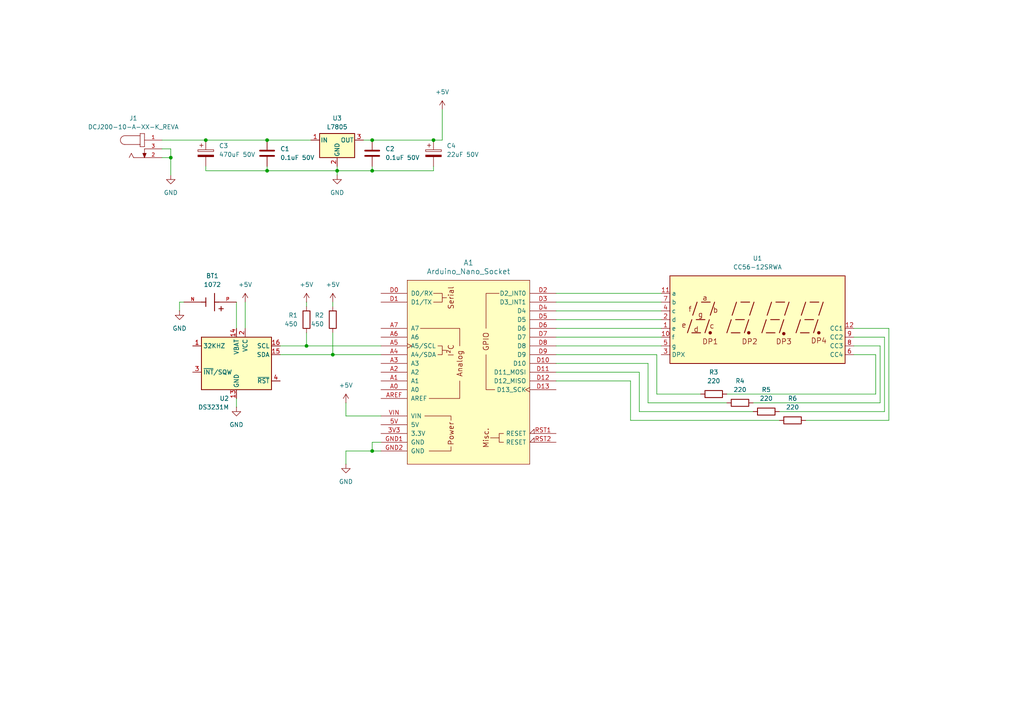
<source format=kicad_sch>
(kicad_sch
	(version 20250114)
	(generator "eeschema")
	(generator_version "9.0")
	(uuid "58428014-b1ed-4ce6-9780-e45f9b80f0c8")
	(paper "A4")
	(lib_symbols
		(symbol "1072:1072"
			(pin_names
				(offset 1.016)
			)
			(exclude_from_sim no)
			(in_bom yes)
			(on_board yes)
			(property "Reference" "BT"
				(at -3.81 3.81 0)
				(effects
					(font
						(size 1.27 1.27)
					)
					(justify left bottom)
				)
			)
			(property "Value" "1072"
				(at -3.81 -5.08 0)
				(effects
					(font
						(size 1.27 1.27)
					)
					(justify left bottom)
				)
			)
			(property "Footprint" "1072:BAT_1072"
				(at 0 0 0)
				(effects
					(font
						(size 1.27 1.27)
					)
					(justify bottom)
					(hide yes)
				)
			)
			(property "Datasheet" ""
				(at 0 0 0)
				(effects
					(font
						(size 1.27 1.27)
					)
					(hide yes)
				)
			)
			(property "Description" ""
				(at 0 0 0)
				(effects
					(font
						(size 1.27 1.27)
					)
					(hide yes)
				)
			)
			(property "MF" "Keystone Electronics"
				(at 0 0 0)
				(effects
					(font
						(size 1.27 1.27)
					)
					(justify bottom)
					(hide yes)
				)
			)
			(property "MAXIMUM_PACKAGE_HEIGHT" "3.7 mm"
				(at 0 0 0)
				(effects
					(font
						(size 1.27 1.27)
					)
					(justify bottom)
					(hide yes)
				)
			)
			(property "Package" "NON STANDARD-2 Keystone"
				(at 0 0 0)
				(effects
					(font
						(size 1.27 1.27)
					)
					(justify bottom)
					(hide yes)
				)
			)
			(property "Price" "None"
				(at 0 0 0)
				(effects
					(font
						(size 1.27 1.27)
					)
					(justify bottom)
					(hide yes)
				)
			)
			(property "Check_prices" "https://www.snapeda.com/parts/1072/Keystone/view-part/?ref=eda"
				(at 0 0 0)
				(effects
					(font
						(size 1.27 1.27)
					)
					(justify bottom)
					(hide yes)
				)
			)
			(property "STANDARD" "Manufacturer Recommendations"
				(at 0 0 0)
				(effects
					(font
						(size 1.27 1.27)
					)
					(justify bottom)
					(hide yes)
				)
			)
			(property "PARTREV" "A"
				(at 0 0 0)
				(effects
					(font
						(size 1.27 1.27)
					)
					(justify bottom)
					(hide yes)
				)
			)
			(property "SnapEDA_Link" "https://www.snapeda.com/parts/1072/Keystone/view-part/?ref=snap"
				(at 0 0 0)
				(effects
					(font
						(size 1.27 1.27)
					)
					(justify bottom)
					(hide yes)
				)
			)
			(property "MP" "1072"
				(at 0 0 0)
				(effects
					(font
						(size 1.27 1.27)
					)
					(justify bottom)
					(hide yes)
				)
			)
			(property "Description_1" "Battery Holder CR1220/1225"
				(at 0 0 0)
				(effects
					(font
						(size 1.27 1.27)
					)
					(justify bottom)
					(hide yes)
				)
			)
			(property "MANUFACTURER" "Keystone"
				(at 0 0 0)
				(effects
					(font
						(size 1.27 1.27)
					)
					(justify bottom)
					(hide yes)
				)
			)
			(property "Availability" "In Stock"
				(at 0 0 0)
				(effects
					(font
						(size 1.27 1.27)
					)
					(justify bottom)
					(hide yes)
				)
			)
			(property "SNAPEDA_PN" "1072"
				(at 0 0 0)
				(effects
					(font
						(size 1.27 1.27)
					)
					(justify bottom)
					(hide yes)
				)
			)
			(symbol "1072_0_0"
				(polyline
					(pts
						(xy -3.81 1.905) (xy -2.54 1.905)
					)
					(stroke
						(width 0.254)
						(type default)
					)
					(fill
						(type none)
					)
				)
				(polyline
					(pts
						(xy -3.175 2.54) (xy -3.175 1.27)
					)
					(stroke
						(width 0.254)
						(type default)
					)
					(fill
						(type none)
					)
				)
				(polyline
					(pts
						(xy -1.27 2.54) (xy -1.27 0)
					)
					(stroke
						(width 0.254)
						(type default)
					)
					(fill
						(type none)
					)
				)
				(polyline
					(pts
						(xy -1.27 0) (xy -2.54 0)
					)
					(stroke
						(width 0.254)
						(type default)
					)
					(fill
						(type none)
					)
				)
				(polyline
					(pts
						(xy -1.27 0) (xy -1.27 -2.54)
					)
					(stroke
						(width 0.254)
						(type default)
					)
					(fill
						(type none)
					)
				)
				(polyline
					(pts
						(xy 1.27 1.27) (xy 1.27 0)
					)
					(stroke
						(width 0.254)
						(type default)
					)
					(fill
						(type none)
					)
				)
				(polyline
					(pts
						(xy 1.27 0) (xy 1.27 -1.27)
					)
					(stroke
						(width 0.254)
						(type default)
					)
					(fill
						(type none)
					)
				)
				(polyline
					(pts
						(xy 1.27 0) (xy 2.54 0)
					)
					(stroke
						(width 0.254)
						(type default)
					)
					(fill
						(type none)
					)
				)
				(pin passive line
					(at -7.62 0 0)
					(length 5.08)
					(name "~"
						(effects
							(font
								(size 1.016 1.016)
							)
						)
					)
					(number "P"
						(effects
							(font
								(size 1.016 1.016)
							)
						)
					)
				)
				(pin passive line
					(at 7.62 0 180)
					(length 5.08)
					(name "~"
						(effects
							(font
								(size 1.016 1.016)
							)
						)
					)
					(number "N"
						(effects
							(font
								(size 1.016 1.016)
							)
						)
					)
				)
			)
			(embedded_fonts no)
		)
		(symbol "DCJ200-10-A-XX-K_REVA:DCJ200-10-A-XX-K_REVA"
			(pin_names
				(offset 1.016)
			)
			(exclude_from_sim no)
			(in_bom yes)
			(on_board yes)
			(property "Reference" "J"
				(at -7.6272 5.0848 0)
				(effects
					(font
						(size 1.27 1.27)
					)
					(justify left bottom)
				)
			)
			(property "Value" "DCJ200-10-A-XX-K_REVA"
				(at -7.6313 -5.0875 0)
				(effects
					(font
						(size 1.27 1.27)
					)
					(justify left bottom)
				)
			)
			(property "Footprint" "DCJ200-10-A-XX-K_REVA:GCT_DCJ200-10-A-XX-K_REVA"
				(at 0 0 0)
				(effects
					(font
						(size 1.27 1.27)
					)
					(justify bottom)
					(hide yes)
				)
			)
			(property "Datasheet" ""
				(at 0 0 0)
				(effects
					(font
						(size 1.27 1.27)
					)
					(hide yes)
				)
			)
			(property "Description" ""
				(at 0 0 0)
				(effects
					(font
						(size 1.27 1.27)
					)
					(hide yes)
				)
			)
			(property "MF" "Global Connector Technology"
				(at 0 0 0)
				(effects
					(font
						(size 1.27 1.27)
					)
					(justify bottom)
					(hide yes)
				)
			)
			(property "MAXIMUM_PACKAGE_HEIGHT" "11 mm"
				(at 0 0 0)
				(effects
					(font
						(size 1.27 1.27)
					)
					(justify bottom)
					(hide yes)
				)
			)
			(property "Package" "None"
				(at 0 0 0)
				(effects
					(font
						(size 1.27 1.27)
					)
					(justify bottom)
					(hide yes)
				)
			)
			(property "Price" "None"
				(at 0 0 0)
				(effects
					(font
						(size 1.27 1.27)
					)
					(justify bottom)
					(hide yes)
				)
			)
			(property "Check_prices" "https://www.snapeda.com/parts/DCJ20010AK1K/Global+Connector+Technology/view-part/?ref=eda"
				(at 0 0 0)
				(effects
					(font
						(size 1.27 1.27)
					)
					(justify bottom)
					(hide yes)
				)
			)
			(property "STANDARD" "Manufacturer Recommendations"
				(at 0 0 0)
				(effects
					(font
						(size 1.27 1.27)
					)
					(justify bottom)
					(hide yes)
				)
			)
			(property "PARTREV" "A"
				(at 0 0 0)
				(effects
					(font
						(size 1.27 1.27)
					)
					(justify bottom)
					(hide yes)
				)
			)
			(property "SnapEDA_Link" "https://www.snapeda.com/parts/DCJ20010AK1K/Global+Connector+Technology/view-part/?ref=snap"
				(at 0 0 0)
				(effects
					(font
						(size 1.27 1.27)
					)
					(justify bottom)
					(hide yes)
				)
			)
			(property "MP" "DCJ20010AK1K"
				(at 0 0 0)
				(effects
					(font
						(size 1.27 1.27)
					)
					(justify bottom)
					(hide yes)
				)
			)
			(property "Description_1" "DC POWER JACK, 5A, 20VDC, BLACK; Gender:Jack; Current Rating:5A; Pin Diameter:2mm; Barrel Length:-; Connector Mounting:Through Hole Mount; Contact Termination Type:Through Hole; Barrel Inner Diameter:-; Barrel Outer Diameter:6.3mm"
				(at 0 0 0)
				(effects
					(font
						(size 1.27 1.27)
					)
					(justify bottom)
					(hide yes)
				)
			)
			(property "MANUFACTURER" "Global Connector Technology"
				(at 0 0 0)
				(effects
					(font
						(size 1.27 1.27)
					)
					(justify bottom)
					(hide yes)
				)
			)
			(property "Availability" "In Stock"
				(at 0 0 0)
				(effects
					(font
						(size 1.27 1.27)
					)
					(justify bottom)
					(hide yes)
				)
			)
			(property "SNAPEDA_PN" "DCJ200-10-A-K1-K"
				(at 0 0 0)
				(effects
					(font
						(size 1.27 1.27)
					)
					(justify bottom)
					(hide yes)
				)
			)
			(symbol "DCJ200-10-A-XX-K_REVA_0_0"
				(polyline
					(pts
						(xy -5.715 3.81) (xy -1.27 3.81)
					)
					(stroke
						(width 0.1524)
						(type default)
					)
					(fill
						(type none)
					)
				)
				(arc
					(start -5.715 1.27)
					(mid -6.9794 2.54)
					(end -5.715 3.81)
					(stroke
						(width 0.1524)
						(type default)
					)
					(fill
						(type none)
					)
				)
				(polyline
					(pts
						(xy -3.81 -1.27) (xy -4.445 -2.54)
					)
					(stroke
						(width 0.1524)
						(type default)
					)
					(fill
						(type none)
					)
				)
				(polyline
					(pts
						(xy -3.175 -2.54) (xy -3.81 -1.27)
					)
					(stroke
						(width 0.1524)
						(type default)
					)
					(fill
						(type none)
					)
				)
				(polyline
					(pts
						(xy -1.27 4.445) (xy -1.27 3.81)
					)
					(stroke
						(width 0.1524)
						(type default)
					)
					(fill
						(type none)
					)
				)
				(polyline
					(pts
						(xy -1.27 3.81) (xy -1.27 1.27)
					)
					(stroke
						(width 0.1524)
						(type default)
					)
					(fill
						(type none)
					)
				)
				(polyline
					(pts
						(xy -1.27 1.27) (xy -5.715 1.27)
					)
					(stroke
						(width 0.1524)
						(type default)
					)
					(fill
						(type none)
					)
				)
				(polyline
					(pts
						(xy -1.27 1.27) (xy -1.27 0.635)
					)
					(stroke
						(width 0.1524)
						(type default)
					)
					(fill
						(type none)
					)
				)
				(polyline
					(pts
						(xy -1.27 0.635) (xy 0 0.635)
					)
					(stroke
						(width 0.1524)
						(type default)
					)
					(fill
						(type none)
					)
				)
				(polyline
					(pts
						(xy 0 4.445) (xy -1.27 4.445)
					)
					(stroke
						(width 0.1524)
						(type default)
					)
					(fill
						(type none)
					)
				)
				(polyline
					(pts
						(xy 0 0.635) (xy 0 4.445)
					)
					(stroke
						(width 0.1524)
						(type default)
					)
					(fill
						(type none)
					)
				)
				(polyline
					(pts
						(xy 0 0) (xy 0 -2.54)
					)
					(stroke
						(width 0.1524)
						(type default)
					)
					(fill
						(type none)
					)
				)
				(polyline
					(pts
						(xy 0 -2.54) (xy -3.175 -2.54)
					)
					(stroke
						(width 0.1524)
						(type default)
					)
					(fill
						(type none)
					)
				)
				(polyline
					(pts
						(xy 0 -2.54) (xy -0.508 -1.27) (xy 0.508 -1.27) (xy 0 -2.54)
					)
					(stroke
						(width 0.1524)
						(type default)
					)
					(fill
						(type outline)
					)
				)
				(pin passive line
					(at 5.08 2.54 180)
					(length 5.08)
					(name "~"
						(effects
							(font
								(size 1.016 1.016)
							)
						)
					)
					(number "1"
						(effects
							(font
								(size 1.016 1.016)
							)
						)
					)
				)
				(pin passive line
					(at 5.08 0 180)
					(length 5.08)
					(name "~"
						(effects
							(font
								(size 1.016 1.016)
							)
						)
					)
					(number "3"
						(effects
							(font
								(size 1.016 1.016)
							)
						)
					)
				)
				(pin passive line
					(at 5.08 -2.54 180)
					(length 5.08)
					(name "~"
						(effects
							(font
								(size 1.016 1.016)
							)
						)
					)
					(number "2"
						(effects
							(font
								(size 1.016 1.016)
							)
						)
					)
				)
			)
			(embedded_fonts no)
		)
		(symbol "Device:C"
			(pin_numbers
				(hide yes)
			)
			(pin_names
				(offset 0.254)
			)
			(exclude_from_sim no)
			(in_bom yes)
			(on_board yes)
			(property "Reference" "C"
				(at 0.635 2.54 0)
				(effects
					(font
						(size 1.27 1.27)
					)
					(justify left)
				)
			)
			(property "Value" "C"
				(at 0.635 -2.54 0)
				(effects
					(font
						(size 1.27 1.27)
					)
					(justify left)
				)
			)
			(property "Footprint" ""
				(at 0.9652 -3.81 0)
				(effects
					(font
						(size 1.27 1.27)
					)
					(hide yes)
				)
			)
			(property "Datasheet" "~"
				(at 0 0 0)
				(effects
					(font
						(size 1.27 1.27)
					)
					(hide yes)
				)
			)
			(property "Description" "Unpolarized capacitor"
				(at 0 0 0)
				(effects
					(font
						(size 1.27 1.27)
					)
					(hide yes)
				)
			)
			(property "ki_keywords" "cap capacitor"
				(at 0 0 0)
				(effects
					(font
						(size 1.27 1.27)
					)
					(hide yes)
				)
			)
			(property "ki_fp_filters" "C_*"
				(at 0 0 0)
				(effects
					(font
						(size 1.27 1.27)
					)
					(hide yes)
				)
			)
			(symbol "C_0_1"
				(polyline
					(pts
						(xy -2.032 0.762) (xy 2.032 0.762)
					)
					(stroke
						(width 0.508)
						(type default)
					)
					(fill
						(type none)
					)
				)
				(polyline
					(pts
						(xy -2.032 -0.762) (xy 2.032 -0.762)
					)
					(stroke
						(width 0.508)
						(type default)
					)
					(fill
						(type none)
					)
				)
			)
			(symbol "C_1_1"
				(pin passive line
					(at 0 3.81 270)
					(length 2.794)
					(name "~"
						(effects
							(font
								(size 1.27 1.27)
							)
						)
					)
					(number "1"
						(effects
							(font
								(size 1.27 1.27)
							)
						)
					)
				)
				(pin passive line
					(at 0 -3.81 90)
					(length 2.794)
					(name "~"
						(effects
							(font
								(size 1.27 1.27)
							)
						)
					)
					(number "2"
						(effects
							(font
								(size 1.27 1.27)
							)
						)
					)
				)
			)
			(embedded_fonts no)
		)
		(symbol "Device:C_Polarized"
			(pin_numbers
				(hide yes)
			)
			(pin_names
				(offset 0.254)
			)
			(exclude_from_sim no)
			(in_bom yes)
			(on_board yes)
			(property "Reference" "C"
				(at 0.635 2.54 0)
				(effects
					(font
						(size 1.27 1.27)
					)
					(justify left)
				)
			)
			(property "Value" "C_Polarized"
				(at 0.635 -2.54 0)
				(effects
					(font
						(size 1.27 1.27)
					)
					(justify left)
				)
			)
			(property "Footprint" ""
				(at 0.9652 -3.81 0)
				(effects
					(font
						(size 1.27 1.27)
					)
					(hide yes)
				)
			)
			(property "Datasheet" "~"
				(at 0 0 0)
				(effects
					(font
						(size 1.27 1.27)
					)
					(hide yes)
				)
			)
			(property "Description" "Polarized capacitor"
				(at 0 0 0)
				(effects
					(font
						(size 1.27 1.27)
					)
					(hide yes)
				)
			)
			(property "ki_keywords" "cap capacitor"
				(at 0 0 0)
				(effects
					(font
						(size 1.27 1.27)
					)
					(hide yes)
				)
			)
			(property "ki_fp_filters" "CP_*"
				(at 0 0 0)
				(effects
					(font
						(size 1.27 1.27)
					)
					(hide yes)
				)
			)
			(symbol "C_Polarized_0_1"
				(rectangle
					(start -2.286 0.508)
					(end 2.286 1.016)
					(stroke
						(width 0)
						(type default)
					)
					(fill
						(type none)
					)
				)
				(polyline
					(pts
						(xy -1.778 2.286) (xy -0.762 2.286)
					)
					(stroke
						(width 0)
						(type default)
					)
					(fill
						(type none)
					)
				)
				(polyline
					(pts
						(xy -1.27 2.794) (xy -1.27 1.778)
					)
					(stroke
						(width 0)
						(type default)
					)
					(fill
						(type none)
					)
				)
				(rectangle
					(start 2.286 -0.508)
					(end -2.286 -1.016)
					(stroke
						(width 0)
						(type default)
					)
					(fill
						(type outline)
					)
				)
			)
			(symbol "C_Polarized_1_1"
				(pin passive line
					(at 0 3.81 270)
					(length 2.794)
					(name "~"
						(effects
							(font
								(size 1.27 1.27)
							)
						)
					)
					(number "1"
						(effects
							(font
								(size 1.27 1.27)
							)
						)
					)
				)
				(pin passive line
					(at 0 -3.81 90)
					(length 2.794)
					(name "~"
						(effects
							(font
								(size 1.27 1.27)
							)
						)
					)
					(number "2"
						(effects
							(font
								(size 1.27 1.27)
							)
						)
					)
				)
			)
			(embedded_fonts no)
		)
		(symbol "Device:R"
			(pin_numbers
				(hide yes)
			)
			(pin_names
				(offset 0)
			)
			(exclude_from_sim no)
			(in_bom yes)
			(on_board yes)
			(property "Reference" "R"
				(at 2.032 0 90)
				(effects
					(font
						(size 1.27 1.27)
					)
				)
			)
			(property "Value" "R"
				(at 0 0 90)
				(effects
					(font
						(size 1.27 1.27)
					)
				)
			)
			(property "Footprint" ""
				(at -1.778 0 90)
				(effects
					(font
						(size 1.27 1.27)
					)
					(hide yes)
				)
			)
			(property "Datasheet" "~"
				(at 0 0 0)
				(effects
					(font
						(size 1.27 1.27)
					)
					(hide yes)
				)
			)
			(property "Description" "Resistor"
				(at 0 0 0)
				(effects
					(font
						(size 1.27 1.27)
					)
					(hide yes)
				)
			)
			(property "ki_keywords" "R res resistor"
				(at 0 0 0)
				(effects
					(font
						(size 1.27 1.27)
					)
					(hide yes)
				)
			)
			(property "ki_fp_filters" "R_*"
				(at 0 0 0)
				(effects
					(font
						(size 1.27 1.27)
					)
					(hide yes)
				)
			)
			(symbol "R_0_1"
				(rectangle
					(start -1.016 -2.54)
					(end 1.016 2.54)
					(stroke
						(width 0.254)
						(type default)
					)
					(fill
						(type none)
					)
				)
			)
			(symbol "R_1_1"
				(pin passive line
					(at 0 3.81 270)
					(length 1.27)
					(name "~"
						(effects
							(font
								(size 1.27 1.27)
							)
						)
					)
					(number "1"
						(effects
							(font
								(size 1.27 1.27)
							)
						)
					)
				)
				(pin passive line
					(at 0 -3.81 90)
					(length 1.27)
					(name "~"
						(effects
							(font
								(size 1.27 1.27)
							)
						)
					)
					(number "2"
						(effects
							(font
								(size 1.27 1.27)
							)
						)
					)
				)
			)
			(embedded_fonts no)
		)
		(symbol "Display_Character:CC56-12SRWA"
			(exclude_from_sim no)
			(in_bom yes)
			(on_board yes)
			(property "Reference" "U"
				(at -24.13 13.97 0)
				(effects
					(font
						(size 1.27 1.27)
					)
				)
			)
			(property "Value" "CC56-12SRWA"
				(at 17.78 13.97 0)
				(effects
					(font
						(size 1.27 1.27)
					)
				)
			)
			(property "Footprint" "Display_7Segment:CA56-12SRWA"
				(at 0 -15.24 0)
				(effects
					(font
						(size 1.27 1.27)
					)
					(hide yes)
				)
			)
			(property "Datasheet" "http://www.kingbrightusa.com/images/catalog/SPEC/CC56-12SRWA.pdf"
				(at -10.922 0.762 0)
				(effects
					(font
						(size 1.27 1.27)
					)
					(hide yes)
				)
			)
			(property "Description" "4 digit 7 segment super bright red LED, common cathode"
				(at 0 0 0)
				(effects
					(font
						(size 1.27 1.27)
					)
					(hide yes)
				)
			)
			(property "ki_keywords" "display LED 7-segment"
				(at 0 0 0)
				(effects
					(font
						(size 1.27 1.27)
					)
					(hide yes)
				)
			)
			(property "ki_fp_filters" "*CA56*12SRWA*"
				(at 0 0 0)
				(effects
					(font
						(size 1.27 1.27)
					)
					(hide yes)
				)
			)
			(symbol "CC56-12SRWA_0_0"
				(rectangle
					(start -25.4 12.7)
					(end 25.4 -12.7)
					(stroke
						(width 0.254)
						(type default)
					)
					(fill
						(type background)
					)
				)
				(polyline
					(pts
						(xy -20.32 -3.81) (xy -19.05 0)
					)
					(stroke
						(width 0.254)
						(type default)
					)
					(fill
						(type none)
					)
				)
				(polyline
					(pts
						(xy -19.05 -3.81) (xy -16.51 -3.81)
					)
					(stroke
						(width 0.254)
						(type default)
					)
					(fill
						(type none)
					)
				)
				(polyline
					(pts
						(xy -18.796 1.27) (xy -17.526 5.08)
					)
					(stroke
						(width 0.254)
						(type default)
					)
					(fill
						(type none)
					)
				)
				(polyline
					(pts
						(xy -17.78 0) (xy -15.24 0)
					)
					(stroke
						(width 0.254)
						(type default)
					)
					(fill
						(type none)
					)
				)
				(polyline
					(pts
						(xy -16.256 5.08) (xy -13.716 5.08)
					)
					(stroke
						(width 0.254)
						(type default)
					)
					(fill
						(type none)
					)
				)
				(polyline
					(pts
						(xy -15.24 -3.81) (xy -13.97 0)
					)
					(stroke
						(width 0.254)
						(type default)
					)
					(fill
						(type none)
					)
				)
				(polyline
					(pts
						(xy -13.716 1.27) (xy -12.446 5.08)
					)
					(stroke
						(width 0.254)
						(type default)
					)
					(fill
						(type none)
					)
				)
				(polyline
					(pts
						(xy -8.89 -3.81) (xy -7.62 0)
					)
					(stroke
						(width 0.254)
						(type default)
					)
					(fill
						(type none)
					)
				)
				(polyline
					(pts
						(xy -7.62 -3.81) (xy -5.08 -3.81)
					)
					(stroke
						(width 0.254)
						(type default)
					)
					(fill
						(type none)
					)
				)
				(polyline
					(pts
						(xy -7.366 1.27) (xy -6.096 5.08)
					)
					(stroke
						(width 0.254)
						(type default)
					)
					(fill
						(type none)
					)
				)
				(polyline
					(pts
						(xy -6.35 0) (xy -3.81 0)
					)
					(stroke
						(width 0.254)
						(type default)
					)
					(fill
						(type none)
					)
				)
				(polyline
					(pts
						(xy -4.826 5.08) (xy -2.286 5.08)
					)
					(stroke
						(width 0.254)
						(type default)
					)
					(fill
						(type none)
					)
				)
				(polyline
					(pts
						(xy -3.81 -3.81) (xy -2.54 0)
					)
					(stroke
						(width 0.254)
						(type default)
					)
					(fill
						(type none)
					)
				)
				(polyline
					(pts
						(xy -2.286 1.27) (xy -1.016 5.08)
					)
					(stroke
						(width 0.254)
						(type default)
					)
					(fill
						(type none)
					)
				)
				(polyline
					(pts
						(xy 1.27 -3.81) (xy 2.54 0)
					)
					(stroke
						(width 0.254)
						(type default)
					)
					(fill
						(type none)
					)
				)
				(polyline
					(pts
						(xy 2.54 -3.81) (xy 5.08 -3.81)
					)
					(stroke
						(width 0.254)
						(type default)
					)
					(fill
						(type none)
					)
				)
				(polyline
					(pts
						(xy 2.794 1.27) (xy 4.064 5.08)
					)
					(stroke
						(width 0.254)
						(type default)
					)
					(fill
						(type none)
					)
				)
				(polyline
					(pts
						(xy 3.81 0) (xy 6.35 0)
					)
					(stroke
						(width 0.254)
						(type default)
					)
					(fill
						(type none)
					)
				)
				(polyline
					(pts
						(xy 5.334 5.08) (xy 7.874 5.08)
					)
					(stroke
						(width 0.254)
						(type default)
					)
					(fill
						(type none)
					)
				)
				(polyline
					(pts
						(xy 6.35 -3.81) (xy 7.62 0)
					)
					(stroke
						(width 0.254)
						(type default)
					)
					(fill
						(type none)
					)
				)
				(polyline
					(pts
						(xy 7.874 1.27) (xy 9.144 5.08)
					)
					(stroke
						(width 0.254)
						(type default)
					)
					(fill
						(type none)
					)
				)
				(polyline
					(pts
						(xy 11.176 -3.81) (xy 12.446 0)
					)
					(stroke
						(width 0.254)
						(type default)
					)
					(fill
						(type none)
					)
				)
				(polyline
					(pts
						(xy 12.446 -3.81) (xy 14.986 -3.81)
					)
					(stroke
						(width 0.254)
						(type default)
					)
					(fill
						(type none)
					)
				)
				(polyline
					(pts
						(xy 12.7 1.27) (xy 13.97 5.08)
					)
					(stroke
						(width 0.254)
						(type default)
					)
					(fill
						(type none)
					)
				)
				(polyline
					(pts
						(xy 13.716 0) (xy 16.256 0)
					)
					(stroke
						(width 0.254)
						(type default)
					)
					(fill
						(type none)
					)
				)
				(polyline
					(pts
						(xy 15.24 5.08) (xy 17.78 5.08)
					)
					(stroke
						(width 0.254)
						(type default)
					)
					(fill
						(type none)
					)
				)
				(polyline
					(pts
						(xy 16.256 -3.81) (xy 17.526 0)
					)
					(stroke
						(width 0.254)
						(type default)
					)
					(fill
						(type none)
					)
				)
				(polyline
					(pts
						(xy 17.78 1.27) (xy 19.05 5.08)
					)
					(stroke
						(width 0.254)
						(type default)
					)
					(fill
						(type none)
					)
				)
				(text "e"
					(at -21.336 -1.524 0)
					(effects
						(font
							(size 1.524 1.524)
						)
					)
				)
				(text "f"
					(at -19.558 3.048 0)
					(effects
						(font
							(size 1.524 1.524)
						)
					)
				)
				(text "d"
					(at -17.78 -2.794 0)
					(effects
						(font
							(size 1.524 1.524)
						)
					)
				)
				(text "g"
					(at -16.51 1.524 0)
					(effects
						(font
							(size 1.524 1.524)
						)
					)
				)
				(text "a"
					(at -15.24 6.35 0)
					(effects
						(font
							(size 1.524 1.524)
						)
					)
				)
				(text "DP1"
					(at -13.716 -6.35 0)
					(effects
						(font
							(size 1.524 1.524)
						)
					)
				)
				(text "c"
					(at -13.208 -1.778 0)
					(effects
						(font
							(size 1.524 1.524)
						)
					)
				)
				(text "b"
					(at -12.192 2.794 0)
					(effects
						(font
							(size 1.524 1.524)
						)
					)
				)
				(text "DP2"
					(at -2.286 -6.35 0)
					(effects
						(font
							(size 1.524 1.524)
						)
					)
				)
				(text "DP3"
					(at 7.62 -6.35 0)
					(effects
						(font
							(size 1.524 1.524)
						)
					)
				)
				(text "DP4"
					(at 17.78 -6.096 0)
					(effects
						(font
							(size 1.524 1.524)
						)
					)
				)
			)
			(symbol "CC56-12SRWA_0_1"
				(circle
					(center -13.716 -3.81)
					(radius 0.3556)
					(stroke
						(width 0.254)
						(type default)
					)
					(fill
						(type outline)
					)
				)
				(circle
					(center -2.54 -3.81)
					(radius 0.3556)
					(stroke
						(width 0.254)
						(type default)
					)
					(fill
						(type outline)
					)
				)
			)
			(symbol "CC56-12SRWA_1_0"
				(circle
					(center 7.62 -4.064)
					(radius 0.3556)
					(stroke
						(width 0.254)
						(type default)
					)
					(fill
						(type outline)
					)
				)
				(circle
					(center 17.78 -3.81)
					(radius 0.3556)
					(stroke
						(width 0.254)
						(type default)
					)
					(fill
						(type outline)
					)
				)
			)
			(symbol "CC56-12SRWA_1_1"
				(pin input line
					(at -27.94 7.62 0)
					(length 2.54)
					(name "a"
						(effects
							(font
								(size 1.27 1.27)
							)
						)
					)
					(number "11"
						(effects
							(font
								(size 1.27 1.27)
							)
						)
					)
				)
				(pin input line
					(at -27.94 5.08 0)
					(length 2.54)
					(name "b"
						(effects
							(font
								(size 1.27 1.27)
							)
						)
					)
					(number "7"
						(effects
							(font
								(size 1.27 1.27)
							)
						)
					)
				)
				(pin input line
					(at -27.94 2.54 0)
					(length 2.54)
					(name "c"
						(effects
							(font
								(size 1.27 1.27)
							)
						)
					)
					(number "4"
						(effects
							(font
								(size 1.27 1.27)
							)
						)
					)
				)
				(pin input line
					(at -27.94 0 0)
					(length 2.54)
					(name "d"
						(effects
							(font
								(size 1.27 1.27)
							)
						)
					)
					(number "2"
						(effects
							(font
								(size 1.27 1.27)
							)
						)
					)
				)
				(pin input line
					(at -27.94 -2.54 0)
					(length 2.54)
					(name "e"
						(effects
							(font
								(size 1.27 1.27)
							)
						)
					)
					(number "1"
						(effects
							(font
								(size 1.27 1.27)
							)
						)
					)
				)
				(pin input line
					(at -27.94 -5.08 0)
					(length 2.54)
					(name "f"
						(effects
							(font
								(size 1.27 1.27)
							)
						)
					)
					(number "10"
						(effects
							(font
								(size 1.27 1.27)
							)
						)
					)
				)
				(pin input line
					(at -27.94 -7.62 0)
					(length 2.54)
					(name "g"
						(effects
							(font
								(size 1.27 1.27)
							)
						)
					)
					(number "5"
						(effects
							(font
								(size 1.27 1.27)
							)
						)
					)
				)
				(pin input line
					(at -27.94 -10.16 0)
					(length 2.54)
					(name "DPX"
						(effects
							(font
								(size 1.27 1.27)
							)
						)
					)
					(number "3"
						(effects
							(font
								(size 1.27 1.27)
							)
						)
					)
				)
				(pin input line
					(at 27.94 -2.54 180)
					(length 2.54)
					(name "CC1"
						(effects
							(font
								(size 1.27 1.27)
							)
						)
					)
					(number "12"
						(effects
							(font
								(size 1.27 1.27)
							)
						)
					)
				)
				(pin input line
					(at 27.94 -5.08 180)
					(length 2.54)
					(name "CC2"
						(effects
							(font
								(size 1.27 1.27)
							)
						)
					)
					(number "9"
						(effects
							(font
								(size 1.27 1.27)
							)
						)
					)
				)
				(pin input line
					(at 27.94 -7.62 180)
					(length 2.54)
					(name "CC3"
						(effects
							(font
								(size 1.27 1.27)
							)
						)
					)
					(number "8"
						(effects
							(font
								(size 1.27 1.27)
							)
						)
					)
				)
				(pin input line
					(at 27.94 -10.16 180)
					(length 2.54)
					(name "CC4"
						(effects
							(font
								(size 1.27 1.27)
							)
						)
					)
					(number "6"
						(effects
							(font
								(size 1.27 1.27)
							)
						)
					)
				)
			)
			(embedded_fonts no)
		)
		(symbol "PCM_arduino-library:Arduino_Nano_Socket"
			(pin_names
				(offset 1.016)
			)
			(exclude_from_sim no)
			(in_bom yes)
			(on_board yes)
			(property "Reference" "A"
				(at 0 33.02 0)
				(effects
					(font
						(size 1.524 1.524)
					)
				)
			)
			(property "Value" "Arduino_Nano_Socket"
				(at 0 29.21 0)
				(effects
					(font
						(size 1.524 1.524)
					)
				)
			)
			(property "Footprint" "PCM_arduino-library:Arduino_Nano_Socket"
				(at 0 -34.29 0)
				(effects
					(font
						(size 1.524 1.524)
					)
					(hide yes)
				)
			)
			(property "Datasheet" "https://docs.arduino.cc/hardware/nano"
				(at 0 -30.48 0)
				(effects
					(font
						(size 1.524 1.524)
					)
					(hide yes)
				)
			)
			(property "Description" "Socket for Arduino Nano"
				(at 0 0 0)
				(effects
					(font
						(size 1.27 1.27)
					)
					(hide yes)
				)
			)
			(property "ki_keywords" "Arduino MPU Shield"
				(at 0 0 0)
				(effects
					(font
						(size 1.27 1.27)
					)
					(hide yes)
				)
			)
			(property "ki_fp_filters" "Arduino_Nano_Socket"
				(at 0 0 0)
				(effects
					(font
						(size 1.27 1.27)
					)
					(hide yes)
				)
			)
			(symbol "Arduino_Nano_Socket_0_0"
				(rectangle
					(start -17.78 26.67)
					(end 17.78 -26.67)
					(stroke
						(width 0)
						(type default)
					)
					(fill
						(type background)
					)
				)
				(polyline
					(pts
						(xy -11.43 -22.86) (xy -5.08 -22.86) (xy -5.08 -21.59)
					)
					(stroke
						(width 0)
						(type default)
					)
					(fill
						(type none)
					)
				)
				(polyline
					(pts
						(xy -10.16 22.86) (xy -7.62 22.86) (xy -7.62 20.32) (xy -10.16 20.32)
					)
					(stroke
						(width 0)
						(type default)
					)
					(fill
						(type none)
					)
				)
				(polyline
					(pts
						(xy -8.89 7.62) (xy -7.62 7.62) (xy -7.62 5.08) (xy -8.89 5.08)
					)
					(stroke
						(width 0)
						(type default)
					)
					(fill
						(type none)
					)
				)
				(polyline
					(pts
						(xy -7.62 21.59) (xy -6.35 21.59)
					)
					(stroke
						(width 0)
						(type default)
					)
					(fill
						(type none)
					)
				)
				(polyline
					(pts
						(xy -7.62 6.35) (xy -6.35 6.35)
					)
					(stroke
						(width 0)
						(type default)
					)
					(fill
						(type none)
					)
				)
				(polyline
					(pts
						(xy -5.08 -13.97) (xy -5.08 -12.7) (xy -12.7 -12.7)
					)
					(stroke
						(width 0)
						(type default)
					)
					(fill
						(type none)
					)
				)
				(polyline
					(pts
						(xy 8.89 -19.05) (xy 6.35 -19.05)
					)
					(stroke
						(width 0)
						(type default)
					)
					(fill
						(type none)
					)
				)
				(text "Serial"
					(at -5.08 21.59 900)
					(effects
						(font
							(size 1.524 1.524)
						)
					)
				)
				(text "I²C"
					(at -5.08 6.35 900)
					(effects
						(font
							(size 1.524 1.524)
						)
					)
				)
				(text "Power"
					(at -5.08 -17.78 900)
					(effects
						(font
							(size 1.524 1.524)
						)
					)
				)
				(text "Analog"
					(at -2.54 2.54 900)
					(effects
						(font
							(size 1.524 1.524)
						)
					)
				)
				(text "Misc."
					(at 5.08 -19.05 900)
					(effects
						(font
							(size 1.524 1.524)
						)
					)
				)
			)
			(symbol "Arduino_Nano_Socket_0_1"
				(polyline
					(pts
						(xy -13.97 12.7) (xy -2.54 12.7) (xy -2.54 7.62)
					)
					(stroke
						(width 0)
						(type default)
					)
					(fill
						(type none)
					)
				)
				(polyline
					(pts
						(xy -11.43 -7.62) (xy -2.54 -7.62) (xy -2.54 -2.54)
					)
					(stroke
						(width 0)
						(type default)
					)
					(fill
						(type none)
					)
				)
				(polyline
					(pts
						(xy 7.62 -5.08) (xy 5.08 -5.08) (xy 5.08 5.08)
					)
					(stroke
						(width 0)
						(type default)
					)
					(fill
						(type none)
					)
				)
				(polyline
					(pts
						(xy 8.89 22.86) (xy 5.08 22.86) (xy 5.08 12.7)
					)
					(stroke
						(width 0)
						(type default)
					)
					(fill
						(type none)
					)
				)
				(polyline
					(pts
						(xy 10.16 -17.78) (xy 8.89 -17.78) (xy 8.89 -20.32) (xy 10.16 -20.32)
					)
					(stroke
						(width 0)
						(type default)
					)
					(fill
						(type none)
					)
				)
			)
			(symbol "Arduino_Nano_Socket_1_0"
				(text "GPIO"
					(at 5.08 8.89 900)
					(effects
						(font
							(size 1.524 1.524)
						)
					)
				)
			)
			(symbol "Arduino_Nano_Socket_1_1"
				(pin bidirectional line
					(at -25.4 22.86 0)
					(length 7.62)
					(name "D0/RX"
						(effects
							(font
								(size 1.27 1.27)
							)
						)
					)
					(number "D0"
						(effects
							(font
								(size 1.27 1.27)
							)
						)
					)
				)
				(pin bidirectional line
					(at -25.4 20.32 0)
					(length 7.62)
					(name "D1/TX"
						(effects
							(font
								(size 1.27 1.27)
							)
						)
					)
					(number "D1"
						(effects
							(font
								(size 1.27 1.27)
							)
						)
					)
				)
				(pin input line
					(at -25.4 12.7 0)
					(length 7.62)
					(name "A7"
						(effects
							(font
								(size 1.27 1.27)
							)
						)
					)
					(number "A7"
						(effects
							(font
								(size 1.27 1.27)
							)
						)
					)
				)
				(pin input line
					(at -25.4 10.16 0)
					(length 7.62)
					(name "A6"
						(effects
							(font
								(size 1.27 1.27)
							)
						)
					)
					(number "A6"
						(effects
							(font
								(size 1.27 1.27)
							)
						)
					)
				)
				(pin bidirectional clock
					(at -25.4 7.62 0)
					(length 7.62)
					(name "A5/SCL"
						(effects
							(font
								(size 1.27 1.27)
							)
						)
					)
					(number "A5"
						(effects
							(font
								(size 1.27 1.27)
							)
						)
					)
				)
				(pin bidirectional line
					(at -25.4 5.08 0)
					(length 7.62)
					(name "A4/SDA"
						(effects
							(font
								(size 1.27 1.27)
							)
						)
					)
					(number "A4"
						(effects
							(font
								(size 1.27 1.27)
							)
						)
					)
				)
				(pin bidirectional line
					(at -25.4 2.54 0)
					(length 7.62)
					(name "A3"
						(effects
							(font
								(size 1.27 1.27)
							)
						)
					)
					(number "A3"
						(effects
							(font
								(size 1.27 1.27)
							)
						)
					)
				)
				(pin bidirectional line
					(at -25.4 0 0)
					(length 7.62)
					(name "A2"
						(effects
							(font
								(size 1.27 1.27)
							)
						)
					)
					(number "A2"
						(effects
							(font
								(size 1.27 1.27)
							)
						)
					)
				)
				(pin bidirectional line
					(at -25.4 -2.54 0)
					(length 7.62)
					(name "A1"
						(effects
							(font
								(size 1.27 1.27)
							)
						)
					)
					(number "A1"
						(effects
							(font
								(size 1.27 1.27)
							)
						)
					)
				)
				(pin bidirectional line
					(at -25.4 -5.08 0)
					(length 7.62)
					(name "A0"
						(effects
							(font
								(size 1.27 1.27)
							)
						)
					)
					(number "A0"
						(effects
							(font
								(size 1.27 1.27)
							)
						)
					)
				)
				(pin input line
					(at -25.4 -7.62 0)
					(length 7.62)
					(name "AREF"
						(effects
							(font
								(size 1.27 1.27)
							)
						)
					)
					(number "AREF"
						(effects
							(font
								(size 1.27 1.27)
							)
						)
					)
				)
				(pin power_in line
					(at -25.4 -12.7 0)
					(length 7.62)
					(name "VIN"
						(effects
							(font
								(size 1.27 1.27)
							)
						)
					)
					(number "VIN"
						(effects
							(font
								(size 1.27 1.27)
							)
						)
					)
				)
				(pin power_in line
					(at -25.4 -15.24 0)
					(length 7.62)
					(name "5V"
						(effects
							(font
								(size 1.27 1.27)
							)
						)
					)
					(number "5V"
						(effects
							(font
								(size 1.27 1.27)
							)
						)
					)
				)
				(pin power_out line
					(at -25.4 -17.78 0)
					(length 7.62)
					(name "3.3V"
						(effects
							(font
								(size 1.27 1.27)
							)
						)
					)
					(number "3V3"
						(effects
							(font
								(size 1.27 1.27)
							)
						)
					)
				)
				(pin power_in line
					(at -25.4 -20.32 0)
					(length 7.62)
					(name "GND"
						(effects
							(font
								(size 1.27 1.27)
							)
						)
					)
					(number "GND1"
						(effects
							(font
								(size 1.27 1.27)
							)
						)
					)
				)
				(pin power_in line
					(at -25.4 -22.86 0)
					(length 7.62)
					(name "GND"
						(effects
							(font
								(size 1.27 1.27)
							)
						)
					)
					(number "GND2"
						(effects
							(font
								(size 1.27 1.27)
							)
						)
					)
				)
				(pin bidirectional line
					(at 25.4 22.86 180)
					(length 7.62)
					(name "D2_INT0"
						(effects
							(font
								(size 1.27 1.27)
							)
						)
					)
					(number "D2"
						(effects
							(font
								(size 1.27 1.27)
							)
						)
					)
				)
				(pin bidirectional line
					(at 25.4 20.32 180)
					(length 7.62)
					(name "D3_INT1"
						(effects
							(font
								(size 1.27 1.27)
							)
						)
					)
					(number "D3"
						(effects
							(font
								(size 1.27 1.27)
							)
						)
					)
				)
				(pin bidirectional line
					(at 25.4 17.78 180)
					(length 7.62)
					(name "D4"
						(effects
							(font
								(size 1.27 1.27)
							)
						)
					)
					(number "D4"
						(effects
							(font
								(size 1.27 1.27)
							)
						)
					)
				)
				(pin bidirectional line
					(at 25.4 15.24 180)
					(length 7.62)
					(name "D5"
						(effects
							(font
								(size 1.27 1.27)
							)
						)
					)
					(number "D5"
						(effects
							(font
								(size 1.27 1.27)
							)
						)
					)
				)
				(pin bidirectional line
					(at 25.4 12.7 180)
					(length 7.62)
					(name "D6"
						(effects
							(font
								(size 1.27 1.27)
							)
						)
					)
					(number "D6"
						(effects
							(font
								(size 1.27 1.27)
							)
						)
					)
				)
				(pin bidirectional line
					(at 25.4 10.16 180)
					(length 7.62)
					(name "D7"
						(effects
							(font
								(size 1.27 1.27)
							)
						)
					)
					(number "D7"
						(effects
							(font
								(size 1.27 1.27)
							)
						)
					)
				)
				(pin bidirectional line
					(at 25.4 7.62 180)
					(length 7.62)
					(name "D8"
						(effects
							(font
								(size 1.27 1.27)
							)
						)
					)
					(number "D8"
						(effects
							(font
								(size 1.27 1.27)
							)
						)
					)
				)
				(pin bidirectional line
					(at 25.4 5.08 180)
					(length 7.62)
					(name "D9"
						(effects
							(font
								(size 1.27 1.27)
							)
						)
					)
					(number "D9"
						(effects
							(font
								(size 1.27 1.27)
							)
						)
					)
				)
				(pin bidirectional line
					(at 25.4 2.54 180)
					(length 7.62)
					(name "D10"
						(effects
							(font
								(size 1.27 1.27)
							)
						)
					)
					(number "D10"
						(effects
							(font
								(size 1.27 1.27)
							)
						)
					)
				)
				(pin bidirectional line
					(at 25.4 0 180)
					(length 7.62)
					(name "D11_MOSI"
						(effects
							(font
								(size 1.27 1.27)
							)
						)
					)
					(number "D11"
						(effects
							(font
								(size 1.27 1.27)
							)
						)
					)
				)
				(pin bidirectional line
					(at 25.4 -2.54 180)
					(length 7.62)
					(name "D12_MISO"
						(effects
							(font
								(size 1.27 1.27)
							)
						)
					)
					(number "D12"
						(effects
							(font
								(size 1.27 1.27)
							)
						)
					)
				)
				(pin bidirectional clock
					(at 25.4 -5.08 180)
					(length 7.62)
					(name "D13_SCK"
						(effects
							(font
								(size 1.27 1.27)
							)
						)
					)
					(number "D13"
						(effects
							(font
								(size 1.27 1.27)
							)
						)
					)
				)
				(pin open_collector input_low
					(at 25.4 -17.78 180)
					(length 7.62)
					(name "RESET"
						(effects
							(font
								(size 1.27 1.27)
							)
						)
					)
					(number "RST1"
						(effects
							(font
								(size 1.27 1.27)
							)
						)
					)
				)
				(pin open_collector input_low
					(at 25.4 -20.32 180)
					(length 7.62)
					(name "RESET"
						(effects
							(font
								(size 1.27 1.27)
							)
						)
					)
					(number "RST2"
						(effects
							(font
								(size 1.27 1.27)
							)
						)
					)
				)
			)
			(embedded_fonts no)
		)
		(symbol "Regulator_Linear:L7805"
			(pin_names
				(offset 0.254)
			)
			(exclude_from_sim no)
			(in_bom yes)
			(on_board yes)
			(property "Reference" "U"
				(at -3.81 3.175 0)
				(effects
					(font
						(size 1.27 1.27)
					)
				)
			)
			(property "Value" "L7805"
				(at 0 3.175 0)
				(effects
					(font
						(size 1.27 1.27)
					)
					(justify left)
				)
			)
			(property "Footprint" ""
				(at 0.635 -3.81 0)
				(effects
					(font
						(size 1.27 1.27)
						(italic yes)
					)
					(justify left)
					(hide yes)
				)
			)
			(property "Datasheet" "http://www.st.com/content/ccc/resource/technical/document/datasheet/41/4f/b3/b0/12/d4/47/88/CD00000444.pdf/files/CD00000444.pdf/jcr:content/translations/en.CD00000444.pdf"
				(at 0 -1.27 0)
				(effects
					(font
						(size 1.27 1.27)
					)
					(hide yes)
				)
			)
			(property "Description" "Positive 1.5A 35V Linear Regulator, Fixed Output 5V, TO-220/TO-263/TO-252"
				(at 0 0 0)
				(effects
					(font
						(size 1.27 1.27)
					)
					(hide yes)
				)
			)
			(property "ki_keywords" "Voltage Regulator 1.5A Positive"
				(at 0 0 0)
				(effects
					(font
						(size 1.27 1.27)
					)
					(hide yes)
				)
			)
			(property "ki_fp_filters" "TO?252* TO?263* TO?220*"
				(at 0 0 0)
				(effects
					(font
						(size 1.27 1.27)
					)
					(hide yes)
				)
			)
			(symbol "L7805_0_1"
				(rectangle
					(start -5.08 1.905)
					(end 5.08 -5.08)
					(stroke
						(width 0.254)
						(type default)
					)
					(fill
						(type background)
					)
				)
			)
			(symbol "L7805_1_1"
				(pin power_in line
					(at -7.62 0 0)
					(length 2.54)
					(name "IN"
						(effects
							(font
								(size 1.27 1.27)
							)
						)
					)
					(number "1"
						(effects
							(font
								(size 1.27 1.27)
							)
						)
					)
				)
				(pin power_in line
					(at 0 -7.62 90)
					(length 2.54)
					(name "GND"
						(effects
							(font
								(size 1.27 1.27)
							)
						)
					)
					(number "2"
						(effects
							(font
								(size 1.27 1.27)
							)
						)
					)
				)
				(pin power_out line
					(at 7.62 0 180)
					(length 2.54)
					(name "OUT"
						(effects
							(font
								(size 1.27 1.27)
							)
						)
					)
					(number "3"
						(effects
							(font
								(size 1.27 1.27)
							)
						)
					)
				)
			)
			(embedded_fonts no)
		)
		(symbol "Timer_RTC:DS3231M"
			(exclude_from_sim no)
			(in_bom yes)
			(on_board yes)
			(property "Reference" "U"
				(at -7.62 8.89 0)
				(effects
					(font
						(size 1.27 1.27)
					)
					(justify right)
				)
			)
			(property "Value" "DS3231M"
				(at 10.16 8.89 0)
				(effects
					(font
						(size 1.27 1.27)
					)
					(justify right)
				)
			)
			(property "Footprint" "Package_SO:SOIC-16W_7.5x10.3mm_P1.27mm"
				(at 0 -15.24 0)
				(effects
					(font
						(size 1.27 1.27)
					)
					(hide yes)
				)
			)
			(property "Datasheet" "http://datasheets.maximintegrated.com/en/ds/DS3231.pdf"
				(at 6.858 1.27 0)
				(effects
					(font
						(size 1.27 1.27)
					)
					(hide yes)
				)
			)
			(property "Description" "Extremely Accurate I2C-Integrated RTC/TCXO/Crystal SOIC-16"
				(at 0 0 0)
				(effects
					(font
						(size 1.27 1.27)
					)
					(hide yes)
				)
			)
			(property "ki_keywords" "RTC TCXO Realtime Time Clock Crystal Oscillator I2C"
				(at 0 0 0)
				(effects
					(font
						(size 1.27 1.27)
					)
					(hide yes)
				)
			)
			(property "ki_fp_filters" "SOIC*7.5x10.3mm*P1.27mm*"
				(at 0 0 0)
				(effects
					(font
						(size 1.27 1.27)
					)
					(hide yes)
				)
			)
			(symbol "DS3231M_0_1"
				(rectangle
					(start -10.16 7.62)
					(end 10.16 -7.62)
					(stroke
						(width 0.254)
						(type default)
					)
					(fill
						(type background)
					)
				)
			)
			(symbol "DS3231M_1_1"
				(pin input line
					(at -12.7 5.08 0)
					(length 2.54)
					(name "SCL"
						(effects
							(font
								(size 1.27 1.27)
							)
						)
					)
					(number "16"
						(effects
							(font
								(size 1.27 1.27)
							)
						)
					)
				)
				(pin bidirectional line
					(at -12.7 2.54 0)
					(length 2.54)
					(name "SDA"
						(effects
							(font
								(size 1.27 1.27)
							)
						)
					)
					(number "15"
						(effects
							(font
								(size 1.27 1.27)
							)
						)
					)
				)
				(pin bidirectional line
					(at -12.7 -5.08 0)
					(length 2.54)
					(name "~{RST}"
						(effects
							(font
								(size 1.27 1.27)
							)
						)
					)
					(number "4"
						(effects
							(font
								(size 1.27 1.27)
							)
						)
					)
				)
				(pin power_in line
					(at -2.54 10.16 270)
					(length 2.54)
					(name "VCC"
						(effects
							(font
								(size 1.27 1.27)
							)
						)
					)
					(number "2"
						(effects
							(font
								(size 1.27 1.27)
							)
						)
					)
				)
				(pin power_in line
					(at 0 10.16 270)
					(length 2.54)
					(name "VBAT"
						(effects
							(font
								(size 1.27 1.27)
							)
						)
					)
					(number "14"
						(effects
							(font
								(size 1.27 1.27)
							)
						)
					)
				)
				(pin passive line
					(at 0 -10.16 90)
					(length 2.54)
					(hide yes)
					(name "GND"
						(effects
							(font
								(size 1.27 1.27)
							)
						)
					)
					(number "10"
						(effects
							(font
								(size 1.27 1.27)
							)
						)
					)
				)
				(pin passive line
					(at 0 -10.16 90)
					(length 2.54)
					(hide yes)
					(name "GND"
						(effects
							(font
								(size 1.27 1.27)
							)
						)
					)
					(number "11"
						(effects
							(font
								(size 1.27 1.27)
							)
						)
					)
				)
				(pin passive line
					(at 0 -10.16 90)
					(length 2.54)
					(hide yes)
					(name "GND"
						(effects
							(font
								(size 1.27 1.27)
							)
						)
					)
					(number "12"
						(effects
							(font
								(size 1.27 1.27)
							)
						)
					)
				)
				(pin power_in line
					(at 0 -10.16 90)
					(length 2.54)
					(name "GND"
						(effects
							(font
								(size 1.27 1.27)
							)
						)
					)
					(number "13"
						(effects
							(font
								(size 1.27 1.27)
							)
						)
					)
				)
				(pin passive line
					(at 0 -10.16 90)
					(length 2.54)
					(hide yes)
					(name "GND"
						(effects
							(font
								(size 1.27 1.27)
							)
						)
					)
					(number "5"
						(effects
							(font
								(size 1.27 1.27)
							)
						)
					)
				)
				(pin passive line
					(at 0 -10.16 90)
					(length 2.54)
					(hide yes)
					(name "GND"
						(effects
							(font
								(size 1.27 1.27)
							)
						)
					)
					(number "6"
						(effects
							(font
								(size 1.27 1.27)
							)
						)
					)
				)
				(pin passive line
					(at 0 -10.16 90)
					(length 2.54)
					(hide yes)
					(name "GND"
						(effects
							(font
								(size 1.27 1.27)
							)
						)
					)
					(number "7"
						(effects
							(font
								(size 1.27 1.27)
							)
						)
					)
				)
				(pin passive line
					(at 0 -10.16 90)
					(length 2.54)
					(hide yes)
					(name "GND"
						(effects
							(font
								(size 1.27 1.27)
							)
						)
					)
					(number "8"
						(effects
							(font
								(size 1.27 1.27)
							)
						)
					)
				)
				(pin passive line
					(at 0 -10.16 90)
					(length 2.54)
					(hide yes)
					(name "GND"
						(effects
							(font
								(size 1.27 1.27)
							)
						)
					)
					(number "9"
						(effects
							(font
								(size 1.27 1.27)
							)
						)
					)
				)
				(pin open_collector line
					(at 12.7 5.08 180)
					(length 2.54)
					(name "32KHZ"
						(effects
							(font
								(size 1.27 1.27)
							)
						)
					)
					(number "1"
						(effects
							(font
								(size 1.27 1.27)
							)
						)
					)
				)
				(pin open_collector line
					(at 12.7 -2.54 180)
					(length 2.54)
					(name "~{INT}/SQW"
						(effects
							(font
								(size 1.27 1.27)
							)
						)
					)
					(number "3"
						(effects
							(font
								(size 1.27 1.27)
							)
						)
					)
				)
			)
			(embedded_fonts no)
		)
		(symbol "power:+5V"
			(power)
			(pin_numbers
				(hide yes)
			)
			(pin_names
				(offset 0)
				(hide yes)
			)
			(exclude_from_sim no)
			(in_bom yes)
			(on_board yes)
			(property "Reference" "#PWR"
				(at 0 -3.81 0)
				(effects
					(font
						(size 1.27 1.27)
					)
					(hide yes)
				)
			)
			(property "Value" "+5V"
				(at 0 3.556 0)
				(effects
					(font
						(size 1.27 1.27)
					)
				)
			)
			(property "Footprint" ""
				(at 0 0 0)
				(effects
					(font
						(size 1.27 1.27)
					)
					(hide yes)
				)
			)
			(property "Datasheet" ""
				(at 0 0 0)
				(effects
					(font
						(size 1.27 1.27)
					)
					(hide yes)
				)
			)
			(property "Description" "Power symbol creates a global label with name \"+5V\""
				(at 0 0 0)
				(effects
					(font
						(size 1.27 1.27)
					)
					(hide yes)
				)
			)
			(property "ki_keywords" "global power"
				(at 0 0 0)
				(effects
					(font
						(size 1.27 1.27)
					)
					(hide yes)
				)
			)
			(symbol "+5V_0_1"
				(polyline
					(pts
						(xy -0.762 1.27) (xy 0 2.54)
					)
					(stroke
						(width 0)
						(type default)
					)
					(fill
						(type none)
					)
				)
				(polyline
					(pts
						(xy 0 2.54) (xy 0.762 1.27)
					)
					(stroke
						(width 0)
						(type default)
					)
					(fill
						(type none)
					)
				)
				(polyline
					(pts
						(xy 0 0) (xy 0 2.54)
					)
					(stroke
						(width 0)
						(type default)
					)
					(fill
						(type none)
					)
				)
			)
			(symbol "+5V_1_1"
				(pin power_in line
					(at 0 0 90)
					(length 0)
					(name "~"
						(effects
							(font
								(size 1.27 1.27)
							)
						)
					)
					(number "1"
						(effects
							(font
								(size 1.27 1.27)
							)
						)
					)
				)
			)
			(embedded_fonts no)
		)
		(symbol "power:GND"
			(power)
			(pin_numbers
				(hide yes)
			)
			(pin_names
				(offset 0)
				(hide yes)
			)
			(exclude_from_sim no)
			(in_bom yes)
			(on_board yes)
			(property "Reference" "#PWR"
				(at 0 -6.35 0)
				(effects
					(font
						(size 1.27 1.27)
					)
					(hide yes)
				)
			)
			(property "Value" "GND"
				(at 0 -3.81 0)
				(effects
					(font
						(size 1.27 1.27)
					)
				)
			)
			(property "Footprint" ""
				(at 0 0 0)
				(effects
					(font
						(size 1.27 1.27)
					)
					(hide yes)
				)
			)
			(property "Datasheet" ""
				(at 0 0 0)
				(effects
					(font
						(size 1.27 1.27)
					)
					(hide yes)
				)
			)
			(property "Description" "Power symbol creates a global label with name \"GND\" , ground"
				(at 0 0 0)
				(effects
					(font
						(size 1.27 1.27)
					)
					(hide yes)
				)
			)
			(property "ki_keywords" "global power"
				(at 0 0 0)
				(effects
					(font
						(size 1.27 1.27)
					)
					(hide yes)
				)
			)
			(symbol "GND_0_1"
				(polyline
					(pts
						(xy 0 0) (xy 0 -1.27) (xy 1.27 -1.27) (xy 0 -2.54) (xy -1.27 -1.27) (xy 0 -1.27)
					)
					(stroke
						(width 0)
						(type default)
					)
					(fill
						(type none)
					)
				)
			)
			(symbol "GND_1_1"
				(pin power_in line
					(at 0 0 270)
					(length 0)
					(name "~"
						(effects
							(font
								(size 1.27 1.27)
							)
						)
					)
					(number "1"
						(effects
							(font
								(size 1.27 1.27)
							)
						)
					)
				)
			)
			(embedded_fonts no)
		)
	)
	(junction
		(at 49.53 45.72)
		(diameter 0)
		(color 0 0 0 0)
		(uuid "485b1a2f-a029-448f-aa25-81d2240c1022")
	)
	(junction
		(at 77.47 40.64)
		(diameter 0)
		(color 0 0 0 0)
		(uuid "51c3d63c-6279-4da1-9533-139bb73290fd")
	)
	(junction
		(at 107.95 40.64)
		(diameter 0)
		(color 0 0 0 0)
		(uuid "535e5291-4f9d-4091-8448-f51fc4d55463")
	)
	(junction
		(at 97.79 49.53)
		(diameter 0)
		(color 0 0 0 0)
		(uuid "54ca44c5-072b-47d8-8a5e-c9d93f3c1cfb")
	)
	(junction
		(at 88.9 100.33)
		(diameter 0)
		(color 0 0 0 0)
		(uuid "5b81cf23-0b6a-4943-be06-33718ac8d015")
	)
	(junction
		(at 59.69 40.64)
		(diameter 0)
		(color 0 0 0 0)
		(uuid "605c7b8b-6e76-42a4-9f26-228810101309")
	)
	(junction
		(at 107.95 130.81)
		(diameter 0)
		(color 0 0 0 0)
		(uuid "87149faf-2498-41f8-98a3-fe3c0411c391")
	)
	(junction
		(at 96.52 102.87)
		(diameter 0)
		(color 0 0 0 0)
		(uuid "a87153a0-3adc-4d04-b14f-24ed25be75b4")
	)
	(junction
		(at 77.47 49.53)
		(diameter 0)
		(color 0 0 0 0)
		(uuid "c81011b4-f613-4d5f-8a19-de17a048ab37")
	)
	(junction
		(at 125.73 40.64)
		(diameter 0)
		(color 0 0 0 0)
		(uuid "cf23037d-7d6c-416b-b4a6-3f0622b8595e")
	)
	(junction
		(at 107.95 49.53)
		(diameter 0)
		(color 0 0 0 0)
		(uuid "d76bc024-657e-4791-9cb9-02fa78ae5189")
	)
	(wire
		(pts
			(xy 182.88 110.49) (xy 182.88 121.92)
		)
		(stroke
			(width 0)
			(type default)
		)
		(uuid "0107786d-09a4-4bb5-a51d-f78dfb5ff3dc")
	)
	(wire
		(pts
			(xy 161.29 102.87) (xy 190.5 102.87)
		)
		(stroke
			(width 0)
			(type default)
		)
		(uuid "01e68a08-5641-4102-9a4f-82110a9c46c7")
	)
	(wire
		(pts
			(xy 257.81 95.25) (xy 257.81 121.92)
		)
		(stroke
			(width 0)
			(type default)
		)
		(uuid "031b5e6d-3b73-4591-91d5-055e6a2b788d")
	)
	(wire
		(pts
			(xy 161.29 97.79) (xy 191.77 97.79)
		)
		(stroke
			(width 0)
			(type default)
		)
		(uuid "0b05cba0-cf00-49f6-9339-42fe6f8300ed")
	)
	(wire
		(pts
			(xy 77.47 48.26) (xy 77.47 49.53)
		)
		(stroke
			(width 0)
			(type default)
		)
		(uuid "0b732411-3897-4695-b91d-dbe77ec33461")
	)
	(wire
		(pts
			(xy 161.29 85.09) (xy 191.77 85.09)
		)
		(stroke
			(width 0)
			(type default)
		)
		(uuid "0d16eaa7-282b-44df-8038-bc930c60063d")
	)
	(wire
		(pts
			(xy 247.65 97.79) (xy 256.54 97.79)
		)
		(stroke
			(width 0)
			(type default)
		)
		(uuid "0d2b894e-8309-4021-8a84-6d9dbc6029bd")
	)
	(wire
		(pts
			(xy 88.9 96.52) (xy 88.9 100.33)
		)
		(stroke
			(width 0)
			(type default)
		)
		(uuid "1ba74a35-5cde-484c-abda-3f76f4435b0d")
	)
	(wire
		(pts
			(xy 203.2 114.3) (xy 190.5 114.3)
		)
		(stroke
			(width 0)
			(type default)
		)
		(uuid "20890f60-91dd-4743-aaf1-db81aea2980d")
	)
	(wire
		(pts
			(xy 161.29 107.95) (xy 185.42 107.95)
		)
		(stroke
			(width 0)
			(type default)
		)
		(uuid "2376347f-1fd3-42ed-a998-da801e143421")
	)
	(wire
		(pts
			(xy 254 102.87) (xy 254 114.3)
		)
		(stroke
			(width 0)
			(type default)
		)
		(uuid "2b054697-4894-4e57-9b83-77c254f38dc3")
	)
	(wire
		(pts
			(xy 161.29 110.49) (xy 182.88 110.49)
		)
		(stroke
			(width 0)
			(type default)
		)
		(uuid "2e886b3a-f84a-4dc4-ae59-6232c46077a1")
	)
	(wire
		(pts
			(xy 88.9 87.63) (xy 88.9 88.9)
		)
		(stroke
			(width 0)
			(type default)
		)
		(uuid "36c62bcb-3180-4b2a-9c82-972362df9483")
	)
	(wire
		(pts
			(xy 100.33 116.84) (xy 100.33 120.65)
		)
		(stroke
			(width 0)
			(type default)
		)
		(uuid "37f9e1b8-8fe5-44c0-af9a-9f39db3ad192")
	)
	(wire
		(pts
			(xy 255.27 100.33) (xy 247.65 100.33)
		)
		(stroke
			(width 0)
			(type default)
		)
		(uuid "382569e4-a648-46a4-bc9e-3baa0ede0f44")
	)
	(wire
		(pts
			(xy 233.68 121.92) (xy 257.81 121.92)
		)
		(stroke
			(width 0)
			(type default)
		)
		(uuid "3d154d7f-65e8-43f0-b873-115564c2baea")
	)
	(wire
		(pts
			(xy 97.79 48.26) (xy 97.79 49.53)
		)
		(stroke
			(width 0)
			(type default)
		)
		(uuid "3fa68758-7d9f-4d83-92ec-a9a072112002")
	)
	(wire
		(pts
			(xy 210.82 114.3) (xy 254 114.3)
		)
		(stroke
			(width 0)
			(type default)
		)
		(uuid "3fcab156-0f7b-49dc-a40c-dbb4f0509a8d")
	)
	(wire
		(pts
			(xy 107.95 130.81) (xy 110.49 130.81)
		)
		(stroke
			(width 0)
			(type default)
		)
		(uuid "455d3469-b9d6-4c8c-ba5d-331e4f04e2fc")
	)
	(wire
		(pts
			(xy 187.96 116.84) (xy 210.82 116.84)
		)
		(stroke
			(width 0)
			(type default)
		)
		(uuid "4cbf213c-6c20-44e4-aac9-409f5c6e7062")
	)
	(wire
		(pts
			(xy 107.95 48.26) (xy 107.95 49.53)
		)
		(stroke
			(width 0)
			(type default)
		)
		(uuid "4d882990-e67f-4064-ace4-f1591d4b5fb0")
	)
	(wire
		(pts
			(xy 190.5 102.87) (xy 190.5 114.3)
		)
		(stroke
			(width 0)
			(type default)
		)
		(uuid "51443c29-455f-4d57-924f-fec411a6a1cf")
	)
	(wire
		(pts
			(xy 161.29 87.63) (xy 191.77 87.63)
		)
		(stroke
			(width 0)
			(type default)
		)
		(uuid "5327a531-f088-49c9-bfb6-08a8beb7a2fe")
	)
	(wire
		(pts
			(xy 46.99 40.64) (xy 59.69 40.64)
		)
		(stroke
			(width 0)
			(type default)
		)
		(uuid "55bdc582-69b5-46e9-837a-cea53449b365")
	)
	(wire
		(pts
			(xy 52.07 87.63) (xy 53.34 87.63)
		)
		(stroke
			(width 0)
			(type default)
		)
		(uuid "5e29df8c-958b-4615-9a9a-bd0820ba3d41")
	)
	(wire
		(pts
			(xy 100.33 130.81) (xy 107.95 130.81)
		)
		(stroke
			(width 0)
			(type default)
		)
		(uuid "61bf498d-70c8-4733-b97b-b04c43ccbc57")
	)
	(wire
		(pts
			(xy 128.27 31.75) (xy 128.27 40.64)
		)
		(stroke
			(width 0)
			(type default)
		)
		(uuid "6383c878-e23b-4a17-a5ce-694bf0a74050")
	)
	(wire
		(pts
			(xy 128.27 40.64) (xy 125.73 40.64)
		)
		(stroke
			(width 0)
			(type default)
		)
		(uuid "65a4b04a-0314-4a8b-aff2-0dbea955be15")
	)
	(wire
		(pts
			(xy 46.99 43.18) (xy 49.53 43.18)
		)
		(stroke
			(width 0)
			(type default)
		)
		(uuid "6b63a52a-28f4-4643-a354-43153d5bb71d")
	)
	(wire
		(pts
			(xy 187.96 105.41) (xy 161.29 105.41)
		)
		(stroke
			(width 0)
			(type default)
		)
		(uuid "6ba8fb99-ee11-4166-8c96-f2e3c8bc95c9")
	)
	(wire
		(pts
			(xy 49.53 45.72) (xy 49.53 50.8)
		)
		(stroke
			(width 0)
			(type default)
		)
		(uuid "6da7c8b3-bf93-428c-b4be-0e2cde3b723e")
	)
	(wire
		(pts
			(xy 125.73 40.64) (xy 107.95 40.64)
		)
		(stroke
			(width 0)
			(type default)
		)
		(uuid "6db067d1-5a92-43ab-a39c-7b265ca23f29")
	)
	(wire
		(pts
			(xy 125.73 48.26) (xy 125.73 49.53)
		)
		(stroke
			(width 0)
			(type default)
		)
		(uuid "73b704e6-c9fa-4895-823b-8e84b8768ad9")
	)
	(wire
		(pts
			(xy 96.52 102.87) (xy 81.28 102.87)
		)
		(stroke
			(width 0)
			(type default)
		)
		(uuid "7461560f-9092-4b03-9002-b7514835dd51")
	)
	(wire
		(pts
			(xy 100.33 130.81) (xy 100.33 134.62)
		)
		(stroke
			(width 0)
			(type default)
		)
		(uuid "74a20dd7-0da8-4ab4-bb0d-0a30fecdbfab")
	)
	(wire
		(pts
			(xy 247.65 102.87) (xy 254 102.87)
		)
		(stroke
			(width 0)
			(type default)
		)
		(uuid "78c8fa1b-ab75-4a25-88e0-f16aaea45752")
	)
	(wire
		(pts
			(xy 107.95 128.27) (xy 107.95 130.81)
		)
		(stroke
			(width 0)
			(type default)
		)
		(uuid "84c200b1-23d5-4c98-bf29-23cc8f18507f")
	)
	(wire
		(pts
			(xy 59.69 40.64) (xy 77.47 40.64)
		)
		(stroke
			(width 0)
			(type default)
		)
		(uuid "8757ab27-b274-4275-820e-602b367c5d5c")
	)
	(wire
		(pts
			(xy 100.33 120.65) (xy 110.49 120.65)
		)
		(stroke
			(width 0)
			(type default)
		)
		(uuid "8b1188e0-6b7c-4781-bac3-e50fd28ce4f9")
	)
	(wire
		(pts
			(xy 257.81 95.25) (xy 247.65 95.25)
		)
		(stroke
			(width 0)
			(type default)
		)
		(uuid "8ccc3bce-4633-4b61-b68e-99e47295df92")
	)
	(wire
		(pts
			(xy 255.27 100.33) (xy 255.27 116.84)
		)
		(stroke
			(width 0)
			(type default)
		)
		(uuid "8fc69efb-38cf-4a83-a17b-55eef5550aff")
	)
	(wire
		(pts
			(xy 59.69 49.53) (xy 59.69 48.26)
		)
		(stroke
			(width 0)
			(type default)
		)
		(uuid "903b4b34-7f95-4d4b-9f70-b932d840332c")
	)
	(wire
		(pts
			(xy 97.79 49.53) (xy 97.79 50.8)
		)
		(stroke
			(width 0)
			(type default)
		)
		(uuid "90691cfc-153e-48df-af28-ce4542c1d0d0")
	)
	(wire
		(pts
			(xy 46.99 45.72) (xy 49.53 45.72)
		)
		(stroke
			(width 0)
			(type default)
		)
		(uuid "935037d8-3c12-4ee4-839e-cfe420b27806")
	)
	(wire
		(pts
			(xy 107.95 40.64) (xy 105.41 40.64)
		)
		(stroke
			(width 0)
			(type default)
		)
		(uuid "97b948c1-effe-447c-af85-f62bb1be034a")
	)
	(wire
		(pts
			(xy 161.29 100.33) (xy 191.77 100.33)
		)
		(stroke
			(width 0)
			(type default)
		)
		(uuid "99c0df33-adec-4bbe-a6a1-ac769d4d7a87")
	)
	(wire
		(pts
			(xy 187.96 105.41) (xy 187.96 116.84)
		)
		(stroke
			(width 0)
			(type default)
		)
		(uuid "9b6574c1-9473-45c5-baf2-bbda609a67af")
	)
	(wire
		(pts
			(xy 68.58 87.63) (xy 68.58 95.25)
		)
		(stroke
			(width 0)
			(type default)
		)
		(uuid "9d82297a-613a-4bd0-8ad8-db4945d82d38")
	)
	(wire
		(pts
			(xy 161.29 92.71) (xy 191.77 92.71)
		)
		(stroke
			(width 0)
			(type default)
		)
		(uuid "9ea8c66e-613a-411b-9c31-f56b353c3f11")
	)
	(wire
		(pts
			(xy 68.58 115.57) (xy 68.58 118.11)
		)
		(stroke
			(width 0)
			(type default)
		)
		(uuid "9fd797de-c4c3-4ee9-9c15-51ce5428ef93")
	)
	(wire
		(pts
			(xy 161.29 95.25) (xy 191.77 95.25)
		)
		(stroke
			(width 0)
			(type default)
		)
		(uuid "a1c7146f-5e8a-4461-9929-272701315962")
	)
	(wire
		(pts
			(xy 161.29 90.17) (xy 191.77 90.17)
		)
		(stroke
			(width 0)
			(type default)
		)
		(uuid "a29b1843-a85f-45bd-81bd-c7b6aee38791")
	)
	(wire
		(pts
			(xy 59.69 49.53) (xy 77.47 49.53)
		)
		(stroke
			(width 0)
			(type default)
		)
		(uuid "a6b1cf35-08cb-45f9-8540-d872f7baa69b")
	)
	(wire
		(pts
			(xy 96.52 87.63) (xy 96.52 88.9)
		)
		(stroke
			(width 0)
			(type default)
		)
		(uuid "a9eeb869-6702-4261-a4e8-f4061877da0d")
	)
	(wire
		(pts
			(xy 96.52 96.52) (xy 96.52 102.87)
		)
		(stroke
			(width 0)
			(type default)
		)
		(uuid "ae24c8b2-ab79-4164-b900-53020d7f0e08")
	)
	(wire
		(pts
			(xy 71.12 87.63) (xy 71.12 95.25)
		)
		(stroke
			(width 0)
			(type default)
		)
		(uuid "af5e96a1-bc35-4ca7-b6b9-fcf8c63e689e")
	)
	(wire
		(pts
			(xy 97.79 49.53) (xy 107.95 49.53)
		)
		(stroke
			(width 0)
			(type default)
		)
		(uuid "af6fcc60-51b8-442b-bf86-74ace572e23d")
	)
	(wire
		(pts
			(xy 88.9 100.33) (xy 81.28 100.33)
		)
		(stroke
			(width 0)
			(type default)
		)
		(uuid "b20155b6-54c1-4afa-a276-2d89699ac400")
	)
	(wire
		(pts
			(xy 256.54 119.38) (xy 226.06 119.38)
		)
		(stroke
			(width 0)
			(type default)
		)
		(uuid "b4b364b6-457d-4958-806d-4bf868a839c5")
	)
	(wire
		(pts
			(xy 256.54 97.79) (xy 256.54 119.38)
		)
		(stroke
			(width 0)
			(type default)
		)
		(uuid "b70f72a6-a0e5-40aa-b28d-68a12cf9ff16")
	)
	(wire
		(pts
			(xy 182.88 121.92) (xy 226.06 121.92)
		)
		(stroke
			(width 0)
			(type default)
		)
		(uuid "bb96de9e-cc75-43fc-92a3-fcc21a6b8c85")
	)
	(wire
		(pts
			(xy 96.52 102.87) (xy 110.49 102.87)
		)
		(stroke
			(width 0)
			(type default)
		)
		(uuid "c1a8ede7-ade5-436e-a026-bfd0756c53bf")
	)
	(wire
		(pts
			(xy 218.44 116.84) (xy 255.27 116.84)
		)
		(stroke
			(width 0)
			(type default)
		)
		(uuid "c8591b44-89e7-432c-a95d-b17f6f7fde2f")
	)
	(wire
		(pts
			(xy 77.47 40.64) (xy 90.17 40.64)
		)
		(stroke
			(width 0)
			(type default)
		)
		(uuid "c9896314-a6a1-4b14-adae-313bc5bbde13")
	)
	(wire
		(pts
			(xy 88.9 100.33) (xy 110.49 100.33)
		)
		(stroke
			(width 0)
			(type default)
		)
		(uuid "ca41f14f-0881-4132-8233-01419d932f8d")
	)
	(wire
		(pts
			(xy 110.49 128.27) (xy 107.95 128.27)
		)
		(stroke
			(width 0)
			(type default)
		)
		(uuid "cb6910da-a450-41ac-aa48-60b3b0bec0bb")
	)
	(wire
		(pts
			(xy 185.42 107.95) (xy 185.42 119.38)
		)
		(stroke
			(width 0)
			(type default)
		)
		(uuid "d075c944-fc4a-4b99-9360-4edc1884c706")
	)
	(wire
		(pts
			(xy 49.53 43.18) (xy 49.53 45.72)
		)
		(stroke
			(width 0)
			(type default)
		)
		(uuid "d2999135-ee32-407f-9639-7dee03b3c6e2")
	)
	(wire
		(pts
			(xy 107.95 49.53) (xy 125.73 49.53)
		)
		(stroke
			(width 0)
			(type default)
		)
		(uuid "d30187a0-f791-4ee1-a648-5bb011938ef0")
	)
	(wire
		(pts
			(xy 218.44 119.38) (xy 185.42 119.38)
		)
		(stroke
			(width 0)
			(type default)
		)
		(uuid "d43b5944-aa23-4d62-af83-26ed41e608fa")
	)
	(wire
		(pts
			(xy 77.47 49.53) (xy 97.79 49.53)
		)
		(stroke
			(width 0)
			(type default)
		)
		(uuid "dff8f9bd-e5cb-4f11-b039-dd79aa63f55f")
	)
	(wire
		(pts
			(xy 52.07 90.17) (xy 52.07 87.63)
		)
		(stroke
			(width 0)
			(type default)
		)
		(uuid "e8561c10-9273-4d40-a665-323ad69da878")
	)
	(symbol
		(lib_id "Device:R")
		(at 214.63 116.84 90)
		(unit 1)
		(exclude_from_sim no)
		(in_bom yes)
		(on_board yes)
		(dnp no)
		(fields_autoplaced yes)
		(uuid "005923db-2726-4202-86df-daadf28cd4f7")
		(property "Reference" "R4"
			(at 214.63 110.49 90)
			(effects
				(font
					(size 1.27 1.27)
				)
			)
		)
		(property "Value" "220"
			(at 214.63 113.03 90)
			(effects
				(font
					(size 1.27 1.27)
				)
			)
		)
		(property "Footprint" "Resistor_SMD:R_1206_3216Metric"
			(at 214.63 118.618 90)
			(effects
				(font
					(size 1.27 1.27)
				)
				(hide yes)
			)
		)
		(property "Datasheet" "~"
			(at 214.63 116.84 0)
			(effects
				(font
					(size 1.27 1.27)
				)
				(hide yes)
			)
		)
		(property "Description" "Resistor"
			(at 214.63 116.84 0)
			(effects
				(font
					(size 1.27 1.27)
				)
				(hide yes)
			)
		)
		(pin "1"
			(uuid "f9c4f02f-ec17-44ff-9c89-ed256dc72a89")
		)
		(pin "2"
			(uuid "ae770da0-a10a-4d18-b915-998ce411d8a3")
		)
		(instances
			(project "EpochCounter"
				(path "/58428014-b1ed-4ce6-9780-e45f9b80f0c8"
					(reference "R4")
					(unit 1)
				)
			)
		)
	)
	(symbol
		(lib_id "power:+5V")
		(at 96.52 87.63 0)
		(mirror y)
		(unit 1)
		(exclude_from_sim no)
		(in_bom yes)
		(on_board yes)
		(dnp no)
		(fields_autoplaced yes)
		(uuid "0f52fdec-d3c7-4007-a7dd-f280bd2a6617")
		(property "Reference" "#PWR05"
			(at 96.52 91.44 0)
			(effects
				(font
					(size 1.27 1.27)
				)
				(hide yes)
			)
		)
		(property "Value" "+5V"
			(at 96.52 82.55 0)
			(effects
				(font
					(size 1.27 1.27)
				)
			)
		)
		(property "Footprint" ""
			(at 96.52 87.63 0)
			(effects
				(font
					(size 1.27 1.27)
				)
				(hide yes)
			)
		)
		(property "Datasheet" ""
			(at 96.52 87.63 0)
			(effects
				(font
					(size 1.27 1.27)
				)
				(hide yes)
			)
		)
		(property "Description" "Power symbol creates a global label with name \"+5V\""
			(at 96.52 87.63 0)
			(effects
				(font
					(size 1.27 1.27)
				)
				(hide yes)
			)
		)
		(pin "1"
			(uuid "4830bda6-524c-41d5-b9a9-ef920aa3bd67")
		)
		(instances
			(project "EpochCounter"
				(path "/58428014-b1ed-4ce6-9780-e45f9b80f0c8"
					(reference "#PWR05")
					(unit 1)
				)
			)
		)
	)
	(symbol
		(lib_id "power:+5V")
		(at 100.33 116.84 0)
		(mirror y)
		(unit 1)
		(exclude_from_sim no)
		(in_bom yes)
		(on_board yes)
		(dnp no)
		(fields_autoplaced yes)
		(uuid "1098b57c-eb89-43b3-9844-0b1ec562e503")
		(property "Reference" "#PWR07"
			(at 100.33 120.65 0)
			(effects
				(font
					(size 1.27 1.27)
				)
				(hide yes)
			)
		)
		(property "Value" "+5V"
			(at 100.33 111.76 0)
			(effects
				(font
					(size 1.27 1.27)
				)
			)
		)
		(property "Footprint" ""
			(at 100.33 116.84 0)
			(effects
				(font
					(size 1.27 1.27)
				)
				(hide yes)
			)
		)
		(property "Datasheet" ""
			(at 100.33 116.84 0)
			(effects
				(font
					(size 1.27 1.27)
				)
				(hide yes)
			)
		)
		(property "Description" "Power symbol creates a global label with name \"+5V\""
			(at 100.33 116.84 0)
			(effects
				(font
					(size 1.27 1.27)
				)
				(hide yes)
			)
		)
		(pin "1"
			(uuid "77fe25d4-7de7-4f8c-b64f-a27ac71da52a")
		)
		(instances
			(project "EpochCounter"
				(path "/58428014-b1ed-4ce6-9780-e45f9b80f0c8"
					(reference "#PWR07")
					(unit 1)
				)
			)
		)
	)
	(symbol
		(lib_id "power:GND")
		(at 52.07 90.17 0)
		(unit 1)
		(exclude_from_sim no)
		(in_bom yes)
		(on_board yes)
		(dnp no)
		(fields_autoplaced yes)
		(uuid "1f5201c7-9758-4247-86e4-3be24e6f2f04")
		(property "Reference" "#PWR010"
			(at 52.07 96.52 0)
			(effects
				(font
					(size 1.27 1.27)
				)
				(hide yes)
			)
		)
		(property "Value" "GND"
			(at 52.07 95.25 0)
			(effects
				(font
					(size 1.27 1.27)
				)
			)
		)
		(property "Footprint" ""
			(at 52.07 90.17 0)
			(effects
				(font
					(size 1.27 1.27)
				)
				(hide yes)
			)
		)
		(property "Datasheet" ""
			(at 52.07 90.17 0)
			(effects
				(font
					(size 1.27 1.27)
				)
				(hide yes)
			)
		)
		(property "Description" "Power symbol creates a global label with name \"GND\" , ground"
			(at 52.07 90.17 0)
			(effects
				(font
					(size 1.27 1.27)
				)
				(hide yes)
			)
		)
		(pin "1"
			(uuid "cb375786-fc88-42aa-af21-c01457985038")
		)
		(instances
			(project "EpochCounter"
				(path "/58428014-b1ed-4ce6-9780-e45f9b80f0c8"
					(reference "#PWR010")
					(unit 1)
				)
			)
		)
	)
	(symbol
		(lib_id "power:GND")
		(at 97.79 50.8 0)
		(unit 1)
		(exclude_from_sim no)
		(in_bom yes)
		(on_board yes)
		(dnp no)
		(fields_autoplaced yes)
		(uuid "2d0af2f8-370e-4647-8bd9-319a0b3b3c35")
		(property "Reference" "#PWR03"
			(at 97.79 57.15 0)
			(effects
				(font
					(size 1.27 1.27)
				)
				(hide yes)
			)
		)
		(property "Value" "GND"
			(at 97.79 55.88 0)
			(effects
				(font
					(size 1.27 1.27)
				)
			)
		)
		(property "Footprint" ""
			(at 97.79 50.8 0)
			(effects
				(font
					(size 1.27 1.27)
				)
				(hide yes)
			)
		)
		(property "Datasheet" ""
			(at 97.79 50.8 0)
			(effects
				(font
					(size 1.27 1.27)
				)
				(hide yes)
			)
		)
		(property "Description" "Power symbol creates a global label with name \"GND\" , ground"
			(at 97.79 50.8 0)
			(effects
				(font
					(size 1.27 1.27)
				)
				(hide yes)
			)
		)
		(pin "1"
			(uuid "2f664f14-f7e2-4b5a-9da3-6a0d61ac63ad")
		)
		(instances
			(project "EpochCounter"
				(path "/58428014-b1ed-4ce6-9780-e45f9b80f0c8"
					(reference "#PWR03")
					(unit 1)
				)
			)
		)
	)
	(symbol
		(lib_id "power:+5V")
		(at 128.27 31.75 0)
		(unit 1)
		(exclude_from_sim no)
		(in_bom yes)
		(on_board yes)
		(dnp no)
		(fields_autoplaced yes)
		(uuid "2e06525c-2a48-4ca1-93da-58299ad62035")
		(property "Reference" "#PWR01"
			(at 128.27 35.56 0)
			(effects
				(font
					(size 1.27 1.27)
				)
				(hide yes)
			)
		)
		(property "Value" "+5V"
			(at 128.27 26.67 0)
			(effects
				(font
					(size 1.27 1.27)
				)
			)
		)
		(property "Footprint" ""
			(at 128.27 31.75 0)
			(effects
				(font
					(size 1.27 1.27)
				)
				(hide yes)
			)
		)
		(property "Datasheet" ""
			(at 128.27 31.75 0)
			(effects
				(font
					(size 1.27 1.27)
				)
				(hide yes)
			)
		)
		(property "Description" "Power symbol creates a global label with name \"+5V\""
			(at 128.27 31.75 0)
			(effects
				(font
					(size 1.27 1.27)
				)
				(hide yes)
			)
		)
		(pin "1"
			(uuid "00c8890f-923f-41be-9cab-dad3e5269d72")
		)
		(instances
			(project ""
				(path "/58428014-b1ed-4ce6-9780-e45f9b80f0c8"
					(reference "#PWR01")
					(unit 1)
				)
			)
		)
	)
	(symbol
		(lib_id "1072:1072")
		(at 60.96 87.63 180)
		(unit 1)
		(exclude_from_sim no)
		(in_bom yes)
		(on_board yes)
		(dnp no)
		(fields_autoplaced yes)
		(uuid "32747491-0684-4de2-9833-d77f448cd850")
		(property "Reference" "BT1"
			(at 61.595 80.01 0)
			(effects
				(font
					(size 1.27 1.27)
				)
			)
		)
		(property "Value" "1072"
			(at 61.595 82.55 0)
			(effects
				(font
					(size 1.27 1.27)
				)
			)
		)
		(property "Footprint" "1072:BAT_1072"
			(at 60.96 87.63 0)
			(effects
				(font
					(size 1.27 1.27)
				)
				(justify bottom)
				(hide yes)
			)
		)
		(property "Datasheet" ""
			(at 60.96 87.63 0)
			(effects
				(font
					(size 1.27 1.27)
				)
				(hide yes)
			)
		)
		(property "Description" ""
			(at 60.96 87.63 0)
			(effects
				(font
					(size 1.27 1.27)
				)
				(hide yes)
			)
		)
		(property "MF" "Keystone Electronics"
			(at 60.96 87.63 0)
			(effects
				(font
					(size 1.27 1.27)
				)
				(justify bottom)
				(hide yes)
			)
		)
		(property "MAXIMUM_PACKAGE_HEIGHT" "3.7 mm"
			(at 60.96 87.63 0)
			(effects
				(font
					(size 1.27 1.27)
				)
				(justify bottom)
				(hide yes)
			)
		)
		(property "Package" "NON STANDARD-2 Keystone"
			(at 60.96 87.63 0)
			(effects
				(font
					(size 1.27 1.27)
				)
				(justify bottom)
				(hide yes)
			)
		)
		(property "Price" "None"
			(at 60.96 87.63 0)
			(effects
				(font
					(size 1.27 1.27)
				)
				(justify bottom)
				(hide yes)
			)
		)
		(property "Check_prices" "https://www.snapeda.com/parts/1072/Keystone/view-part/?ref=eda"
			(at 60.96 87.63 0)
			(effects
				(font
					(size 1.27 1.27)
				)
				(justify bottom)
				(hide yes)
			)
		)
		(property "STANDARD" "Manufacturer Recommendations"
			(at 60.96 87.63 0)
			(effects
				(font
					(size 1.27 1.27)
				)
				(justify bottom)
				(hide yes)
			)
		)
		(property "PARTREV" "A"
			(at 60.96 87.63 0)
			(effects
				(font
					(size 1.27 1.27)
				)
				(justify bottom)
				(hide yes)
			)
		)
		(property "SnapEDA_Link" "https://www.snapeda.com/parts/1072/Keystone/view-part/?ref=snap"
			(at 60.96 87.63 0)
			(effects
				(font
					(size 1.27 1.27)
				)
				(justify bottom)
				(hide yes)
			)
		)
		(property "MP" "1072"
			(at 60.96 87.63 0)
			(effects
				(font
					(size 1.27 1.27)
				)
				(justify bottom)
				(hide yes)
			)
		)
		(property "Description_1" "Battery Holder CR1220/1225"
			(at 60.96 87.63 0)
			(effects
				(font
					(size 1.27 1.27)
				)
				(justify bottom)
				(hide yes)
			)
		)
		(property "MANUFACTURER" "Keystone"
			(at 60.96 87.63 0)
			(effects
				(font
					(size 1.27 1.27)
				)
				(justify bottom)
				(hide yes)
			)
		)
		(property "Availability" "In Stock"
			(at 60.96 87.63 0)
			(effects
				(font
					(size 1.27 1.27)
				)
				(justify bottom)
				(hide yes)
			)
		)
		(property "SNAPEDA_PN" "1072"
			(at 60.96 87.63 0)
			(effects
				(font
					(size 1.27 1.27)
				)
				(justify bottom)
				(hide yes)
			)
		)
		(pin "N"
			(uuid "ede6f0d4-21c9-4426-9079-cebc2f576933")
		)
		(pin "P"
			(uuid "e939bf9f-6cc7-4779-baba-7636a9fb2bd3")
		)
		(instances
			(project ""
				(path "/58428014-b1ed-4ce6-9780-e45f9b80f0c8"
					(reference "BT1")
					(unit 1)
				)
			)
		)
	)
	(symbol
		(lib_id "power:+5V")
		(at 71.12 87.63 0)
		(mirror y)
		(unit 1)
		(exclude_from_sim no)
		(in_bom yes)
		(on_board yes)
		(dnp no)
		(fields_autoplaced yes)
		(uuid "36975502-6a81-4aab-a590-34d3d28af5de")
		(property "Reference" "#PWR06"
			(at 71.12 91.44 0)
			(effects
				(font
					(size 1.27 1.27)
				)
				(hide yes)
			)
		)
		(property "Value" "+5V"
			(at 71.12 82.55 0)
			(effects
				(font
					(size 1.27 1.27)
				)
			)
		)
		(property "Footprint" ""
			(at 71.12 87.63 0)
			(effects
				(font
					(size 1.27 1.27)
				)
				(hide yes)
			)
		)
		(property "Datasheet" ""
			(at 71.12 87.63 0)
			(effects
				(font
					(size 1.27 1.27)
				)
				(hide yes)
			)
		)
		(property "Description" "Power symbol creates a global label with name \"+5V\""
			(at 71.12 87.63 0)
			(effects
				(font
					(size 1.27 1.27)
				)
				(hide yes)
			)
		)
		(pin "1"
			(uuid "322cec8f-9624-4917-a4da-fda0302268c4")
		)
		(instances
			(project "EpochCounter"
				(path "/58428014-b1ed-4ce6-9780-e45f9b80f0c8"
					(reference "#PWR06")
					(unit 1)
				)
			)
		)
	)
	(symbol
		(lib_id "Timer_RTC:DS3231M")
		(at 68.58 105.41 0)
		(mirror y)
		(unit 1)
		(exclude_from_sim no)
		(in_bom yes)
		(on_board yes)
		(dnp no)
		(fields_autoplaced yes)
		(uuid "44448eef-5625-4a66-875a-9c8fcbf3a605")
		(property "Reference" "U2"
			(at 66.4367 115.57 0)
			(effects
				(font
					(size 1.27 1.27)
				)
				(justify left)
			)
		)
		(property "Value" "DS3231M"
			(at 66.4367 118.11 0)
			(effects
				(font
					(size 1.27 1.27)
				)
				(justify left)
			)
		)
		(property "Footprint" "Package_SO:SOIC-16W_7.5x10.3mm_P1.27mm"
			(at 68.58 120.65 0)
			(effects
				(font
					(size 1.27 1.27)
				)
				(hide yes)
			)
		)
		(property "Datasheet" "http://datasheets.maximintegrated.com/en/ds/DS3231.pdf"
			(at 61.722 104.14 0)
			(effects
				(font
					(size 1.27 1.27)
				)
				(hide yes)
			)
		)
		(property "Description" "Extremely Accurate I2C-Integrated RTC/TCXO/Crystal SOIC-16"
			(at 68.58 105.41 0)
			(effects
				(font
					(size 1.27 1.27)
				)
				(hide yes)
			)
		)
		(pin "5"
			(uuid "07abd4df-b978-4ff2-ad93-e5971e5f80f2")
		)
		(pin "15"
			(uuid "51e66f82-236a-46e6-a615-68e4150af362")
		)
		(pin "16"
			(uuid "83ce8904-ba85-416b-ac30-3e2c900830ad")
		)
		(pin "4"
			(uuid "cdbc1ab2-e728-4231-92c8-f0b1883033e9")
		)
		(pin "2"
			(uuid "489108a6-1c2f-4def-90ac-48b34465c926")
		)
		(pin "11"
			(uuid "df7dff4e-66a0-42f1-9001-eebd918d7e3f")
		)
		(pin "10"
			(uuid "1a526a90-0bb0-4963-b6eb-1fd022786f35")
		)
		(pin "12"
			(uuid "1d283f56-d04b-4215-b95a-85324208d3af")
		)
		(pin "13"
			(uuid "92b5c7cf-e386-4924-b919-6e515f39da17")
		)
		(pin "14"
			(uuid "c97c3ab4-e8a9-4f0a-81de-f1135c6762de")
		)
		(pin "6"
			(uuid "2ce2b3f7-ca39-4f9f-ae43-27bc2ed3e408")
		)
		(pin "7"
			(uuid "14a46ff0-8595-47e8-9b78-5cfb1388a98c")
		)
		(pin "8"
			(uuid "a9857fe2-748c-4434-a89a-26fa42e5a96f")
		)
		(pin "9"
			(uuid "e2599738-9ca2-40e6-845b-6bb99583fc1a")
		)
		(pin "1"
			(uuid "78542689-90fd-40c2-89b6-2d519fe19248")
		)
		(pin "3"
			(uuid "adb21a2e-4b5a-4bb2-8d49-561fcd2765cc")
		)
		(instances
			(project ""
				(path "/58428014-b1ed-4ce6-9780-e45f9b80f0c8"
					(reference "U2")
					(unit 1)
				)
			)
		)
	)
	(symbol
		(lib_id "Device:C_Polarized")
		(at 59.69 44.45 0)
		(unit 1)
		(exclude_from_sim no)
		(in_bom yes)
		(on_board yes)
		(dnp no)
		(fields_autoplaced yes)
		(uuid "4475ea43-5256-4e2f-bd7d-1e55b78e3bdd")
		(property "Reference" "C3"
			(at 63.5 42.2909 0)
			(effects
				(font
					(size 1.27 1.27)
				)
				(justify left)
			)
		)
		(property "Value" "470uF 50V"
			(at 63.5 44.8309 0)
			(effects
				(font
					(size 1.27 1.27)
				)
				(justify left)
			)
		)
		(property "Footprint" "Capacitor_THT:CP_Radial_D10.0mm_P5.00mm"
			(at 60.6552 48.26 0)
			(effects
				(font
					(size 1.27 1.27)
				)
				(hide yes)
			)
		)
		(property "Datasheet" "~"
			(at 59.69 44.45 0)
			(effects
				(font
					(size 1.27 1.27)
				)
				(hide yes)
			)
		)
		(property "Description" "Polarized capacitor"
			(at 59.69 44.45 0)
			(effects
				(font
					(size 1.27 1.27)
				)
				(hide yes)
			)
		)
		(pin "2"
			(uuid "60f3b9ed-6069-4609-9fea-675fcfc1e3bd")
		)
		(pin "1"
			(uuid "05817379-721e-4e1f-8f86-d68bf367cacc")
		)
		(instances
			(project ""
				(path "/58428014-b1ed-4ce6-9780-e45f9b80f0c8"
					(reference "C3")
					(unit 1)
				)
			)
		)
	)
	(symbol
		(lib_id "power:GND")
		(at 100.33 134.62 0)
		(unit 1)
		(exclude_from_sim no)
		(in_bom yes)
		(on_board yes)
		(dnp no)
		(fields_autoplaced yes)
		(uuid "47d2bcd2-b05d-4ed2-ba9c-aa1c182be99a")
		(property "Reference" "#PWR08"
			(at 100.33 140.97 0)
			(effects
				(font
					(size 1.27 1.27)
				)
				(hide yes)
			)
		)
		(property "Value" "GND"
			(at 100.33 139.7 0)
			(effects
				(font
					(size 1.27 1.27)
				)
			)
		)
		(property "Footprint" ""
			(at 100.33 134.62 0)
			(effects
				(font
					(size 1.27 1.27)
				)
				(hide yes)
			)
		)
		(property "Datasheet" ""
			(at 100.33 134.62 0)
			(effects
				(font
					(size 1.27 1.27)
				)
				(hide yes)
			)
		)
		(property "Description" "Power symbol creates a global label with name \"GND\" , ground"
			(at 100.33 134.62 0)
			(effects
				(font
					(size 1.27 1.27)
				)
				(hide yes)
			)
		)
		(pin "1"
			(uuid "f200d957-9973-450d-a854-a28a216e4f91")
		)
		(instances
			(project "EpochCounter"
				(path "/58428014-b1ed-4ce6-9780-e45f9b80f0c8"
					(reference "#PWR08")
					(unit 1)
				)
			)
		)
	)
	(symbol
		(lib_id "Display_Character:CC56-12SRWA")
		(at 219.71 92.71 0)
		(unit 1)
		(exclude_from_sim no)
		(in_bom yes)
		(on_board yes)
		(dnp no)
		(fields_autoplaced yes)
		(uuid "55f6b0fe-ddb4-43e0-8253-84bdfb90c9e8")
		(property "Reference" "U1"
			(at 219.71 74.93 0)
			(effects
				(font
					(size 1.27 1.27)
				)
			)
		)
		(property "Value" "CC56-12SRWA"
			(at 219.71 77.47 0)
			(effects
				(font
					(size 1.27 1.27)
				)
			)
		)
		(property "Footprint" "Display_7Segment:CA56-12SRWA"
			(at 219.71 107.95 0)
			(effects
				(font
					(size 1.27 1.27)
				)
				(hide yes)
			)
		)
		(property "Datasheet" "http://www.kingbrightusa.com/images/catalog/SPEC/CC56-12SRWA.pdf"
			(at 208.788 91.948 0)
			(effects
				(font
					(size 1.27 1.27)
				)
				(hide yes)
			)
		)
		(property "Description" "4 digit 7 segment super bright red LED, common cathode"
			(at 219.71 92.71 0)
			(effects
				(font
					(size 1.27 1.27)
				)
				(hide yes)
			)
		)
		(pin "2"
			(uuid "1aa4b88c-144d-4d73-8aa9-5481f9322e91")
		)
		(pin "1"
			(uuid "0203c4fd-cfa6-444f-a4fa-ea03840cb9a5")
		)
		(pin "5"
			(uuid "12d98017-68a4-4fd7-8bb4-c65519691b82")
		)
		(pin "3"
			(uuid "f21b490d-086e-4321-b905-64f91144fa1f")
		)
		(pin "4"
			(uuid "d586466e-82fc-4c2b-9bb7-60f3a982cecd")
		)
		(pin "6"
			(uuid "17210da1-1aed-453c-9807-a2958c1a665d")
		)
		(pin "7"
			(uuid "c80ef0e1-a5e0-4c93-a851-2f13aade5891")
		)
		(pin "8"
			(uuid "b76d0b62-2290-4f0d-95d0-25d96d22c08a")
		)
		(pin "9"
			(uuid "977deef7-9094-4408-9700-ad398fd07902")
		)
		(pin "12"
			(uuid "340f364e-0ec8-446c-b577-daf14dd6649a")
		)
		(pin "11"
			(uuid "3446c712-d890-4919-af49-37544da0ab21")
		)
		(pin "10"
			(uuid "1d656d3d-e826-4ed6-9d8f-b8e175f9edad")
		)
		(instances
			(project ""
				(path "/58428014-b1ed-4ce6-9780-e45f9b80f0c8"
					(reference "U1")
					(unit 1)
				)
			)
		)
	)
	(symbol
		(lib_id "Device:C_Polarized")
		(at 125.73 44.45 0)
		(unit 1)
		(exclude_from_sim no)
		(in_bom yes)
		(on_board yes)
		(dnp no)
		(fields_autoplaced yes)
		(uuid "5d907eac-fe47-4f62-b01c-448858d5adb1")
		(property "Reference" "C4"
			(at 129.54 42.2909 0)
			(effects
				(font
					(size 1.27 1.27)
				)
				(justify left)
			)
		)
		(property "Value" "22uF 50V"
			(at 129.54 44.8309 0)
			(effects
				(font
					(size 1.27 1.27)
				)
				(justify left)
			)
		)
		(property "Footprint" "Capacitor_THT:CP_Radial_D10.0mm_P5.00mm"
			(at 126.6952 48.26 0)
			(effects
				(font
					(size 1.27 1.27)
				)
				(hide yes)
			)
		)
		(property "Datasheet" "~"
			(at 125.73 44.45 0)
			(effects
				(font
					(size 1.27 1.27)
				)
				(hide yes)
			)
		)
		(property "Description" "Polarized capacitor"
			(at 125.73 44.45 0)
			(effects
				(font
					(size 1.27 1.27)
				)
				(hide yes)
			)
		)
		(pin "1"
			(uuid "bcc9682c-3c6f-4811-a44e-c6b8939436a6")
		)
		(pin "2"
			(uuid "f53b640c-856e-412f-84dc-1410388b6636")
		)
		(instances
			(project ""
				(path "/58428014-b1ed-4ce6-9780-e45f9b80f0c8"
					(reference "C4")
					(unit 1)
				)
			)
		)
	)
	(symbol
		(lib_id "power:+5V")
		(at 88.9 87.63 0)
		(mirror y)
		(unit 1)
		(exclude_from_sim no)
		(in_bom yes)
		(on_board yes)
		(dnp no)
		(fields_autoplaced yes)
		(uuid "6d7541d4-27a3-42f2-a763-e746f12564f3")
		(property "Reference" "#PWR04"
			(at 88.9 91.44 0)
			(effects
				(font
					(size 1.27 1.27)
				)
				(hide yes)
			)
		)
		(property "Value" "+5V"
			(at 88.9 82.55 0)
			(effects
				(font
					(size 1.27 1.27)
				)
			)
		)
		(property "Footprint" ""
			(at 88.9 87.63 0)
			(effects
				(font
					(size 1.27 1.27)
				)
				(hide yes)
			)
		)
		(property "Datasheet" ""
			(at 88.9 87.63 0)
			(effects
				(font
					(size 1.27 1.27)
				)
				(hide yes)
			)
		)
		(property "Description" "Power symbol creates a global label with name \"+5V\""
			(at 88.9 87.63 0)
			(effects
				(font
					(size 1.27 1.27)
				)
				(hide yes)
			)
		)
		(pin "1"
			(uuid "99a92256-ad19-4cf9-b1a1-f4334e135585")
		)
		(instances
			(project "EpochCounter"
				(path "/58428014-b1ed-4ce6-9780-e45f9b80f0c8"
					(reference "#PWR04")
					(unit 1)
				)
			)
		)
	)
	(symbol
		(lib_id "Device:R")
		(at 222.25 119.38 90)
		(unit 1)
		(exclude_from_sim no)
		(in_bom yes)
		(on_board yes)
		(dnp no)
		(fields_autoplaced yes)
		(uuid "6e6c354d-15d8-4f8d-a036-96981d961b4c")
		(property "Reference" "R5"
			(at 222.25 113.03 90)
			(effects
				(font
					(size 1.27 1.27)
				)
			)
		)
		(property "Value" "220"
			(at 222.25 115.57 90)
			(effects
				(font
					(size 1.27 1.27)
				)
			)
		)
		(property "Footprint" "Resistor_SMD:R_1206_3216Metric"
			(at 222.25 121.158 90)
			(effects
				(font
					(size 1.27 1.27)
				)
				(hide yes)
			)
		)
		(property "Datasheet" "~"
			(at 222.25 119.38 0)
			(effects
				(font
					(size 1.27 1.27)
				)
				(hide yes)
			)
		)
		(property "Description" "Resistor"
			(at 222.25 119.38 0)
			(effects
				(font
					(size 1.27 1.27)
				)
				(hide yes)
			)
		)
		(pin "1"
			(uuid "217a1746-f834-4174-9575-ef37fad859cc")
		)
		(pin "2"
			(uuid "671cc3af-b9e0-4aeb-9f49-3ce19830a380")
		)
		(instances
			(project "EpochCounter"
				(path "/58428014-b1ed-4ce6-9780-e45f9b80f0c8"
					(reference "R5")
					(unit 1)
				)
			)
		)
	)
	(symbol
		(lib_id "Device:C")
		(at 77.47 44.45 0)
		(unit 1)
		(exclude_from_sim no)
		(in_bom yes)
		(on_board yes)
		(dnp no)
		(fields_autoplaced yes)
		(uuid "79d4ac04-80fc-4c44-86d9-7540e2b4adf8")
		(property "Reference" "C1"
			(at 81.28 43.1799 0)
			(effects
				(font
					(size 1.27 1.27)
				)
				(justify left)
			)
		)
		(property "Value" "0.1uF 50V"
			(at 81.28 45.7199 0)
			(effects
				(font
					(size 1.27 1.27)
				)
				(justify left)
			)
		)
		(property "Footprint" "Capacitor_THT:CP_Radial_D6.3mm_P2.50mm"
			(at 78.4352 48.26 0)
			(effects
				(font
					(size 1.27 1.27)
				)
				(hide yes)
			)
		)
		(property "Datasheet" "~"
			(at 77.47 44.45 0)
			(effects
				(font
					(size 1.27 1.27)
				)
				(hide yes)
			)
		)
		(property "Description" "Unpolarized capacitor"
			(at 77.47 44.45 0)
			(effects
				(font
					(size 1.27 1.27)
				)
				(hide yes)
			)
		)
		(pin "2"
			(uuid "b238ea40-2bd3-4a67-906e-e27b2bdf8c26")
		)
		(pin "1"
			(uuid "c3f5c2b8-ab1f-4218-a8da-91bc10a17d87")
		)
		(instances
			(project ""
				(path "/58428014-b1ed-4ce6-9780-e45f9b80f0c8"
					(reference "C1")
					(unit 1)
				)
			)
		)
	)
	(symbol
		(lib_id "Regulator_Linear:L7805")
		(at 97.79 40.64 0)
		(unit 1)
		(exclude_from_sim no)
		(in_bom yes)
		(on_board yes)
		(dnp no)
		(fields_autoplaced yes)
		(uuid "7a1be796-f8ca-4275-af22-c99c1ea2c84f")
		(property "Reference" "U3"
			(at 97.79 34.29 0)
			(effects
				(font
					(size 1.27 1.27)
				)
			)
		)
		(property "Value" "L7805"
			(at 97.79 36.83 0)
			(effects
				(font
					(size 1.27 1.27)
				)
			)
		)
		(property "Footprint" "Package_TO_SOT_THT:TO-220-3_Vertical"
			(at 98.425 44.45 0)
			(effects
				(font
					(size 1.27 1.27)
					(italic yes)
				)
				(justify left)
				(hide yes)
			)
		)
		(property "Datasheet" "http://www.st.com/content/ccc/resource/technical/document/datasheet/41/4f/b3/b0/12/d4/47/88/CD00000444.pdf/files/CD00000444.pdf/jcr:content/translations/en.CD00000444.pdf"
			(at 97.79 41.91 0)
			(effects
				(font
					(size 1.27 1.27)
				)
				(hide yes)
			)
		)
		(property "Description" "Positive 1.5A 35V Linear Regulator, Fixed Output 5V, TO-220/TO-263/TO-252"
			(at 97.79 40.64 0)
			(effects
				(font
					(size 1.27 1.27)
				)
				(hide yes)
			)
		)
		(pin "2"
			(uuid "e67dbdd2-47dd-4e21-9795-6e5f51c60576")
		)
		(pin "1"
			(uuid "921d6455-db1e-4073-a6de-2836fcdf5ee3")
		)
		(pin "3"
			(uuid "f47df1ea-5666-4114-935d-2f6d808fde7c")
		)
		(instances
			(project ""
				(path "/58428014-b1ed-4ce6-9780-e45f9b80f0c8"
					(reference "U3")
					(unit 1)
				)
			)
		)
	)
	(symbol
		(lib_id "power:GND")
		(at 49.53 50.8 0)
		(unit 1)
		(exclude_from_sim no)
		(in_bom yes)
		(on_board yes)
		(dnp no)
		(fields_autoplaced yes)
		(uuid "87b31531-a511-4bbe-9ab9-262e9b6c083c")
		(property "Reference" "#PWR02"
			(at 49.53 57.15 0)
			(effects
				(font
					(size 1.27 1.27)
				)
				(hide yes)
			)
		)
		(property "Value" "GND"
			(at 49.53 55.88 0)
			(effects
				(font
					(size 1.27 1.27)
				)
			)
		)
		(property "Footprint" ""
			(at 49.53 50.8 0)
			(effects
				(font
					(size 1.27 1.27)
				)
				(hide yes)
			)
		)
		(property "Datasheet" ""
			(at 49.53 50.8 0)
			(effects
				(font
					(size 1.27 1.27)
				)
				(hide yes)
			)
		)
		(property "Description" "Power symbol creates a global label with name \"GND\" , ground"
			(at 49.53 50.8 0)
			(effects
				(font
					(size 1.27 1.27)
				)
				(hide yes)
			)
		)
		(pin "1"
			(uuid "13673025-6279-4d60-a527-c9d57e3483aa")
		)
		(instances
			(project ""
				(path "/58428014-b1ed-4ce6-9780-e45f9b80f0c8"
					(reference "#PWR02")
					(unit 1)
				)
			)
		)
	)
	(symbol
		(lib_id "Device:C")
		(at 107.95 44.45 0)
		(unit 1)
		(exclude_from_sim no)
		(in_bom yes)
		(on_board yes)
		(dnp no)
		(fields_autoplaced yes)
		(uuid "8bd29ec3-a202-42ff-88e8-24d81da85dd8")
		(property "Reference" "C2"
			(at 111.76 43.1799 0)
			(effects
				(font
					(size 1.27 1.27)
				)
				(justify left)
			)
		)
		(property "Value" "0.1uF 50V"
			(at 111.76 45.7199 0)
			(effects
				(font
					(size 1.27 1.27)
				)
				(justify left)
			)
		)
		(property "Footprint" "Capacitor_THT:CP_Radial_D6.3mm_P2.50mm"
			(at 108.9152 48.26 0)
			(effects
				(font
					(size 1.27 1.27)
				)
				(hide yes)
			)
		)
		(property "Datasheet" "~"
			(at 107.95 44.45 0)
			(effects
				(font
					(size 1.27 1.27)
				)
				(hide yes)
			)
		)
		(property "Description" "Unpolarized capacitor"
			(at 107.95 44.45 0)
			(effects
				(font
					(size 1.27 1.27)
				)
				(hide yes)
			)
		)
		(pin "2"
			(uuid "a2cc9076-1899-43b6-9b81-9176997bcdf3")
		)
		(pin "1"
			(uuid "e53b6f58-1b2f-4872-8f91-b6c8a30a663c")
		)
		(instances
			(project ""
				(path "/58428014-b1ed-4ce6-9780-e45f9b80f0c8"
					(reference "C2")
					(unit 1)
				)
			)
		)
	)
	(symbol
		(lib_id "Device:R")
		(at 207.01 114.3 90)
		(unit 1)
		(exclude_from_sim no)
		(in_bom yes)
		(on_board yes)
		(dnp no)
		(fields_autoplaced yes)
		(uuid "9a1356c0-3ac7-41ed-b3ce-6adee16cf07c")
		(property "Reference" "R3"
			(at 207.01 107.95 90)
			(effects
				(font
					(size 1.27 1.27)
				)
			)
		)
		(property "Value" "220"
			(at 207.01 110.49 90)
			(effects
				(font
					(size 1.27 1.27)
				)
			)
		)
		(property "Footprint" "Resistor_SMD:R_1206_3216Metric"
			(at 207.01 116.078 90)
			(effects
				(font
					(size 1.27 1.27)
				)
				(hide yes)
			)
		)
		(property "Datasheet" "~"
			(at 207.01 114.3 0)
			(effects
				(font
					(size 1.27 1.27)
				)
				(hide yes)
			)
		)
		(property "Description" "Resistor"
			(at 207.01 114.3 0)
			(effects
				(font
					(size 1.27 1.27)
				)
				(hide yes)
			)
		)
		(pin "1"
			(uuid "8483fb5b-3b1a-47da-80b2-a5b1d670391a")
		)
		(pin "2"
			(uuid "01cee5c1-3e96-4d89-8087-c8a0977a3a76")
		)
		(instances
			(project ""
				(path "/58428014-b1ed-4ce6-9780-e45f9b80f0c8"
					(reference "R3")
					(unit 1)
				)
			)
		)
	)
	(symbol
		(lib_id "DCJ200-10-A-XX-K_REVA:DCJ200-10-A-XX-K_REVA")
		(at 41.91 43.18 0)
		(unit 1)
		(exclude_from_sim no)
		(in_bom yes)
		(on_board yes)
		(dnp no)
		(fields_autoplaced yes)
		(uuid "9acc1783-b421-4873-98ce-e3f6691d12eb")
		(property "Reference" "J1"
			(at 38.6743 34.29 0)
			(effects
				(font
					(size 1.27 1.27)
				)
			)
		)
		(property "Value" "DCJ200-10-A-XX-K_REVA"
			(at 38.6743 36.83 0)
			(effects
				(font
					(size 1.27 1.27)
				)
			)
		)
		(property "Footprint" "DCJ200-10-A-XX-K_REVA:GCT_DCJ200-10-A-XX-K_REVA"
			(at 41.91 43.18 0)
			(effects
				(font
					(size 1.27 1.27)
				)
				(justify bottom)
				(hide yes)
			)
		)
		(property "Datasheet" ""
			(at 41.91 43.18 0)
			(effects
				(font
					(size 1.27 1.27)
				)
				(hide yes)
			)
		)
		(property "Description" ""
			(at 41.91 43.18 0)
			(effects
				(font
					(size 1.27 1.27)
				)
				(hide yes)
			)
		)
		(property "MF" "Global Connector Technology"
			(at 41.91 43.18 0)
			(effects
				(font
					(size 1.27 1.27)
				)
				(justify bottom)
				(hide yes)
			)
		)
		(property "MAXIMUM_PACKAGE_HEIGHT" "11 mm"
			(at 41.91 43.18 0)
			(effects
				(font
					(size 1.27 1.27)
				)
				(justify bottom)
				(hide yes)
			)
		)
		(property "Package" "None"
			(at 41.91 43.18 0)
			(effects
				(font
					(size 1.27 1.27)
				)
				(justify bottom)
				(hide yes)
			)
		)
		(property "Price" "None"
			(at 41.91 43.18 0)
			(effects
				(font
					(size 1.27 1.27)
				)
				(justify bottom)
				(hide yes)
			)
		)
		(property "Check_prices" "https://www.snapeda.com/parts/DCJ20010AK1K/Global+Connector+Technology/view-part/?ref=eda"
			(at 41.91 43.18 0)
			(effects
				(font
					(size 1.27 1.27)
				)
				(justify bottom)
				(hide yes)
			)
		)
		(property "STANDARD" "Manufacturer Recommendations"
			(at 41.91 43.18 0)
			(effects
				(font
					(size 1.27 1.27)
				)
				(justify bottom)
				(hide yes)
			)
		)
		(property "PARTREV" "A"
			(at 41.91 43.18 0)
			(effects
				(font
					(size 1.27 1.27)
				)
				(justify bottom)
				(hide yes)
			)
		)
		(property "SnapEDA_Link" "https://www.snapeda.com/parts/DCJ20010AK1K/Global+Connector+Technology/view-part/?ref=snap"
			(at 41.91 43.18 0)
			(effects
				(font
					(size 1.27 1.27)
				)
				(justify bottom)
				(hide yes)
			)
		)
		(property "MP" "DCJ20010AK1K"
			(at 41.91 43.18 0)
			(effects
				(font
					(size 1.27 1.27)
				)
				(justify bottom)
				(hide yes)
			)
		)
		(property "Description_1" "DC POWER JACK, 5A, 20VDC, BLACK; Gender:Jack; Current Rating:5A; Pin Diameter:2mm; Barrel Length:-; Connector Mounting:Through Hole Mount; Contact Termination Type:Through Hole; Barrel Inner Diameter:-; Barrel Outer Diameter:6.3mm"
			(at 41.91 43.18 0)
			(effects
				(font
					(size 1.27 1.27)
				)
				(justify bottom)
				(hide yes)
			)
		)
		(property "MANUFACTURER" "Global Connector Technology"
			(at 41.91 43.18 0)
			(effects
				(font
					(size 1.27 1.27)
				)
				(justify bottom)
				(hide yes)
			)
		)
		(property "Availability" "In Stock"
			(at 41.91 43.18 0)
			(effects
				(font
					(size 1.27 1.27)
				)
				(justify bottom)
				(hide yes)
			)
		)
		(property "SNAPEDA_PN" "DCJ200-10-A-K1-K"
			(at 41.91 43.18 0)
			(effects
				(font
					(size 1.27 1.27)
				)
				(justify bottom)
				(hide yes)
			)
		)
		(pin "3"
			(uuid "eb7fea0a-4f44-4e1b-b946-f225ccd55b8f")
		)
		(pin "2"
			(uuid "c4f13f05-1b72-430c-9d19-fb66c934413d")
		)
		(pin "1"
			(uuid "57e1ed0f-8115-486b-b720-2cbc28dcfe21")
		)
		(instances
			(project ""
				(path "/58428014-b1ed-4ce6-9780-e45f9b80f0c8"
					(reference "J1")
					(unit 1)
				)
			)
		)
	)
	(symbol
		(lib_id "PCM_arduino-library:Arduino_Nano_Socket")
		(at 135.89 107.95 0)
		(unit 1)
		(exclude_from_sim no)
		(in_bom yes)
		(on_board yes)
		(dnp no)
		(fields_autoplaced yes)
		(uuid "b8e8a62b-871c-483a-8a1d-7f0ca47d1147")
		(property "Reference" "A1"
			(at 135.89 76.2 0)
			(effects
				(font
					(size 1.524 1.524)
				)
			)
		)
		(property "Value" "Arduino_Nano_Socket"
			(at 135.89 78.74 0)
			(effects
				(font
					(size 1.524 1.524)
				)
			)
		)
		(property "Footprint" "PCM_arduino-library:Arduino_Nano_Socket"
			(at 135.89 142.24 0)
			(effects
				(font
					(size 1.524 1.524)
				)
				(hide yes)
			)
		)
		(property "Datasheet" "https://docs.arduino.cc/hardware/nano"
			(at 135.89 138.43 0)
			(effects
				(font
					(size 1.524 1.524)
				)
				(hide yes)
			)
		)
		(property "Description" "Socket for Arduino Nano"
			(at 135.89 107.95 0)
			(effects
				(font
					(size 1.27 1.27)
				)
				(hide yes)
			)
		)
		(pin "GND2"
			(uuid "c0149cc9-3d75-4421-a50e-8bf02ee04433")
		)
		(pin "D8"
			(uuid "f060abd6-adf1-4bee-8666-e96de1415552")
		)
		(pin "D12"
			(uuid "8a7846d1-fbc6-48b7-bafe-4e55c3e418bd")
		)
		(pin "A4"
			(uuid "2ff707c9-064f-46cd-a765-c3cd237a0c92")
		)
		(pin "A0"
			(uuid "ae502415-8bd5-431d-91c9-c66758eaf54d")
		)
		(pin "D0"
			(uuid "b4be8e59-15ea-461d-80da-46fe699d4cea")
		)
		(pin "D6"
			(uuid "fff2c062-c194-437d-987f-c1f5bfa2dac8")
		)
		(pin "D9"
			(uuid "96fd9798-b244-4165-8597-f9d23ca2a78d")
		)
		(pin "D11"
			(uuid "b68f90c1-d2b7-4699-b4f3-3ca8d2dad581")
		)
		(pin "D1"
			(uuid "51a9938a-2a50-4cf3-b3a1-5f2206a7cf23")
		)
		(pin "A1"
			(uuid "421706d6-9799-475c-a2c2-a398006ec054")
		)
		(pin "AREF"
			(uuid "f8ba27f8-d6cf-4a9b-ade6-0e2bab5c8ef6")
		)
		(pin "3V3"
			(uuid "501dfca7-a540-4425-8bbb-29f59c054d18")
		)
		(pin "A6"
			(uuid "d9dc9a36-7398-4035-b16a-c68086a3bb74")
		)
		(pin "A3"
			(uuid "e236caed-6444-4b37-bf75-d91a0ccaa0e1")
		)
		(pin "A2"
			(uuid "fde83263-f13d-4f4d-a33e-2d2682e19dbd")
		)
		(pin "5V"
			(uuid "37445e19-868e-474f-af31-1bf57b1148e8")
		)
		(pin "GND1"
			(uuid "fca69935-8c7f-45c9-b75e-94e91cff75a9")
		)
		(pin "D2"
			(uuid "48628071-ca7a-4815-b759-c9005f471e4c")
		)
		(pin "VIN"
			(uuid "b1c17ed1-fde2-4d5d-90f9-01dd0079effb")
		)
		(pin "A5"
			(uuid "0f61b3b7-a72a-4732-bea9-71011ac6901e")
		)
		(pin "A7"
			(uuid "c589df49-24e7-4fca-bf2e-dd8307b443e2")
		)
		(pin "D3"
			(uuid "de8c4c40-f85b-4141-bbb5-af2c5f605cd7")
		)
		(pin "D4"
			(uuid "35b1b33b-0e63-4df4-b88c-2de74f61a499")
		)
		(pin "D5"
			(uuid "1208a4ed-8254-41c2-bcc4-4607a8e9cd54")
		)
		(pin "D7"
			(uuid "39303981-68de-4b68-80fe-3ef03eeb82de")
		)
		(pin "D10"
			(uuid "685fc4ef-17db-4a57-9a0c-f48dc9ee200e")
		)
		(pin "RST2"
			(uuid "57e16853-6edb-4dbd-9b45-7356585cc6bd")
		)
		(pin "RST1"
			(uuid "e7e8e035-9155-41ea-8d34-959b2f4a0923")
		)
		(pin "D13"
			(uuid "2a09cbdc-ffbe-4083-b79b-0007a6f3b42b")
		)
		(instances
			(project ""
				(path "/58428014-b1ed-4ce6-9780-e45f9b80f0c8"
					(reference "A1")
					(unit 1)
				)
			)
		)
	)
	(symbol
		(lib_id "Device:R")
		(at 88.9 92.71 0)
		(mirror y)
		(unit 1)
		(exclude_from_sim no)
		(in_bom yes)
		(on_board yes)
		(dnp no)
		(fields_autoplaced yes)
		(uuid "bb2f972c-fb5c-4c92-b00d-c1a10149a217")
		(property "Reference" "R1"
			(at 86.36 91.4399 0)
			(effects
				(font
					(size 1.27 1.27)
				)
				(justify left)
			)
		)
		(property "Value" "450"
			(at 86.36 93.9799 0)
			(effects
				(font
					(size 1.27 1.27)
				)
				(justify left)
			)
		)
		(property "Footprint" "Resistor_SMD:R_1206_3216Metric"
			(at 90.678 92.71 90)
			(effects
				(font
					(size 1.27 1.27)
				)
				(hide yes)
			)
		)
		(property "Datasheet" "~"
			(at 88.9 92.71 0)
			(effects
				(font
					(size 1.27 1.27)
				)
				(hide yes)
			)
		)
		(property "Description" "Resistor"
			(at 88.9 92.71 0)
			(effects
				(font
					(size 1.27 1.27)
				)
				(hide yes)
			)
		)
		(pin "1"
			(uuid "03bbc9b0-9a33-4d51-9627-f63f9d46ca2d")
		)
		(pin "2"
			(uuid "6397613a-8472-4768-8c15-9c94e4ddc93a")
		)
		(instances
			(project ""
				(path "/58428014-b1ed-4ce6-9780-e45f9b80f0c8"
					(reference "R1")
					(unit 1)
				)
			)
		)
	)
	(symbol
		(lib_id "power:GND")
		(at 68.58 118.11 0)
		(unit 1)
		(exclude_from_sim no)
		(in_bom yes)
		(on_board yes)
		(dnp no)
		(fields_autoplaced yes)
		(uuid "e08da83c-899b-4495-824f-99d06851a709")
		(property "Reference" "#PWR09"
			(at 68.58 124.46 0)
			(effects
				(font
					(size 1.27 1.27)
				)
				(hide yes)
			)
		)
		(property "Value" "GND"
			(at 68.58 123.19 0)
			(effects
				(font
					(size 1.27 1.27)
				)
			)
		)
		(property "Footprint" ""
			(at 68.58 118.11 0)
			(effects
				(font
					(size 1.27 1.27)
				)
				(hide yes)
			)
		)
		(property "Datasheet" ""
			(at 68.58 118.11 0)
			(effects
				(font
					(size 1.27 1.27)
				)
				(hide yes)
			)
		)
		(property "Description" "Power symbol creates a global label with name \"GND\" , ground"
			(at 68.58 118.11 0)
			(effects
				(font
					(size 1.27 1.27)
				)
				(hide yes)
			)
		)
		(pin "1"
			(uuid "dcdc0bd6-9ad9-4401-ab9e-f5006075e292")
		)
		(instances
			(project "EpochCounter"
				(path "/58428014-b1ed-4ce6-9780-e45f9b80f0c8"
					(reference "#PWR09")
					(unit 1)
				)
			)
		)
	)
	(symbol
		(lib_id "Device:R")
		(at 229.87 121.92 90)
		(unit 1)
		(exclude_from_sim no)
		(in_bom yes)
		(on_board yes)
		(dnp no)
		(fields_autoplaced yes)
		(uuid "f01bf6da-4ee2-4dfd-bd3d-24ca36ca64ed")
		(property "Reference" "R6"
			(at 229.87 115.57 90)
			(effects
				(font
					(size 1.27 1.27)
				)
			)
		)
		(property "Value" "220"
			(at 229.87 118.11 90)
			(effects
				(font
					(size 1.27 1.27)
				)
			)
		)
		(property "Footprint" "Resistor_SMD:R_1206_3216Metric"
			(at 229.87 123.698 90)
			(effects
				(font
					(size 1.27 1.27)
				)
				(hide yes)
			)
		)
		(property "Datasheet" "~"
			(at 229.87 121.92 0)
			(effects
				(font
					(size 1.27 1.27)
				)
				(hide yes)
			)
		)
		(property "Description" "Resistor"
			(at 229.87 121.92 0)
			(effects
				(font
					(size 1.27 1.27)
				)
				(hide yes)
			)
		)
		(pin "1"
			(uuid "30cbb82c-3f56-4cd5-9984-10e4c3b7a1a7")
		)
		(pin "2"
			(uuid "b7d16262-2ece-42ef-83d3-cd5d73639ee6")
		)
		(instances
			(project "EpochCounter"
				(path "/58428014-b1ed-4ce6-9780-e45f9b80f0c8"
					(reference "R6")
					(unit 1)
				)
			)
		)
	)
	(symbol
		(lib_id "Device:R")
		(at 96.52 92.71 0)
		(mirror y)
		(unit 1)
		(exclude_from_sim no)
		(in_bom yes)
		(on_board yes)
		(dnp no)
		(fields_autoplaced yes)
		(uuid "f44bc2ef-ac2a-40fb-a373-965b2a1a803b")
		(property "Reference" "R2"
			(at 93.98 91.4399 0)
			(effects
				(font
					(size 1.27 1.27)
				)
				(justify left)
			)
		)
		(property "Value" "450"
			(at 93.98 93.9799 0)
			(effects
				(font
					(size 1.27 1.27)
				)
				(justify left)
			)
		)
		(property "Footprint" "Resistor_SMD:R_1206_3216Metric"
			(at 98.298 92.71 90)
			(effects
				(font
					(size 1.27 1.27)
				)
				(hide yes)
			)
		)
		(property "Datasheet" "~"
			(at 96.52 92.71 0)
			(effects
				(font
					(size 1.27 1.27)
				)
				(hide yes)
			)
		)
		(property "Description" "Resistor"
			(at 96.52 92.71 0)
			(effects
				(font
					(size 1.27 1.27)
				)
				(hide yes)
			)
		)
		(pin "1"
			(uuid "bb138d51-e8f5-4273-a0c5-1e821ed53566")
		)
		(pin "2"
			(uuid "cf8aac99-2de4-4443-8479-279e3a4ba772")
		)
		(instances
			(project ""
				(path "/58428014-b1ed-4ce6-9780-e45f9b80f0c8"
					(reference "R2")
					(unit 1)
				)
			)
		)
	)
	(sheet_instances
		(path "/"
			(page "1")
		)
	)
	(embedded_fonts no)
)

</source>
